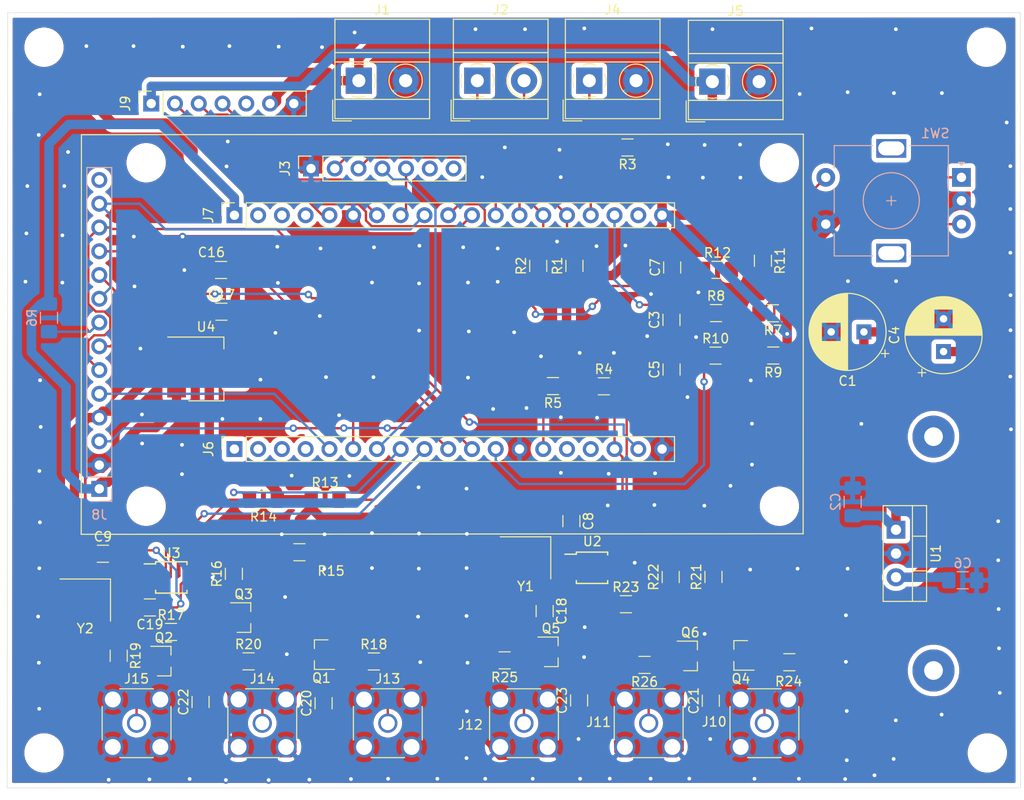
<source format=kicad_pcb>
(kicad_pcb (version 20171130) (host pcbnew "(5.1.5)-3")
  (layers (0 F.Cu signal) (31 B.Cu signal) (34 B.Paste user) (35 F.Paste user) (36 B.SilkS user) (37 F.SilkS user) (38 B.Mask user) (39 F.Mask user) (44 Edge.Cuts user))
  (net 0 "")
  (net 1 GND)
  (net 2 Vcc)
  (net 3 SCL_1)
  (net 4 SDA_1)
  (net 5 SDI)
  (net 6 SDO)
  (net 7 SCK)
  (net 8 CS)
  (net 9 DC)
  (net 10 A1P)
  (net 11 A2P)
  (net 12 R1)
  (net 13 R2)
  (net 14 RCLK_2)
  (net 15 R2_2)
  (net 16 R1_2)
  (net 17 R3_2)
  (net 18 SER_2)
  (net 19 T_IRQ)
  (net 20 T_CS)
  (net 21 LED)
  (net 22 SCLK_2)
  (net 23 RXTX)
  (net 24 V12V)
  (net 25 R1_2a)
  (net 26 R2_2a)
  (net 27 R3_2a)
  (net 28 A4P)
  (net 29 A3P)
  (net 30 V33)
  (net 31 "Net-(U2-Pad2)")
  (net 32 "Net-(U2-Pad3)")
  (net 33 RESET)
  (net 34 "Net-(J3-Pad6)")
  (net 35 "Net-(J3-Pad7)")
  (net 36 "Net-(J6-Pad16)")
  (net 37 "Net-(J6-Pad15)")
  (net 38 SCL_2)
  (net 39 SDA_2)
  (net 40 "Net-(J6-Pad3)")
  (net 41 "Net-(J6-Pad2)")
  (net 42 "Net-(J6-Pad1)")
  (net 43 "Net-(J7-Pad2)")
  (net 44 "Net-(J7-Pad3)")
  (net 45 "Net-(J7-Pad4)")
  (net 46 "Net-(J7-Pad18)")
  (net 47 "Net-(J9-Pad5)")
  (net 48 "Net-(U3-Pad2)")
  (net 49 "Net-(U3-Pad3)")
  (net 50 V33a)
  (net 51 "Net-(Q1-Pad1)")
  (net 52 "Net-(Q2-Pad1)")
  (net 53 "Net-(Q3-Pad1)")
  (net 54 "Net-(R15-Pad2)")
  (net 55 "Net-(R16-Pad2)")
  (net 56 "Net-(R17-Pad2)")
  (net 57 "Net-(Q4-Pad1)")
  (net 58 "Net-(Q5-Pad1)")
  (net 59 "Net-(Q6-Pad1)")
  (net 60 "Net-(R21-Pad2)")
  (net 61 "Net-(R22-Pad2)")
  (net 62 "Net-(R23-Pad2)")
  (net 63 "Net-(J10-Pad1)")
  (net 64 "Net-(J11-Pad1)")
  (net 65 "Net-(J12-Pad1)")
  (net 66 "Net-(J13-Pad1)")
  (net 67 "Net-(J14-Pad1)")
  (net 68 "Net-(J15-Pad1)")
  (net 69 "Net-(Q1-Pad2)")
  (net 70 "Net-(Q2-Pad2)")
  (net 71 "Net-(Q3-Pad2)")
  (net 72 "Net-(Q4-Pad2)")
  (net 73 "Net-(Q5-Pad2)")
  (net 74 "Net-(Q6-Pad2)")
  (module Resistor_SMD:R_1206_3216Metric_Pad1.42x1.75mm_HandSolder (layer F.Cu) (at 68.11264 121.6787)
    (fp_text reference R20 (at 0 -1.82) (layer F.SilkS))
    (fp_text value 20)
    (pad 2 smd roundrect (at 1.4875 0) (size 1.425 1.75) (layers F.Cu F.Paste F.Mask) (roundrect_rratio 0.175439) (net 67 "Net-(J14-Pad1)"))
    (pad 1 smd roundrect (at -1.4875 0) (size 1.425 1.75) (layers F.Cu F.Paste F.Mask) (roundrect_rratio 0.175439) (net 71 "Net-(Q3-Pad2)"))
  )
  (module MountingHole:MountingHole_3.2mm_M3 (layer F.Cu) (at 147.00504 56.02224)
    (fp_text reference " " (at 0 -4.2) (layer F.SilkS))
    (fp_text value " ")
    (pad 1 np_thru_hole circle (at 0 0) (size 3.2 3.2) (drill 3.2) (layers *.Cu *.Mask))
  )
  (module Connector_Wire:SolderWirePad_1x01_Drill2mm (layer F.Cu) (at 141.34592 122.6566 180)
    (fp_text reference " " (at 0 -3.81) (layer F.SilkS))
    (fp_text value " ")
    (pad 1 thru_hole circle (at 0 0 180) (size 4.50088 4.50088) (drill 1.99898) (layers *.Cu *.Mask))
  )
  (module Connector_Wire:SolderWirePad_1x01_Drill2mm (layer F.Cu) (at 141.34592 97.6566 180)
    (fp_text reference " " (at 0 -3.81) (layer F.SilkS))
    (fp_text value " ")
    (pad 1 thru_hole circle (at 0 0 180) (size 4.50088 4.50088) (drill 1.99898) (layers *.Cu *.Mask))
  )
  (module MountingHole:MountingHole_3.2mm_M3 (layer F.Cu) (at 46.24832 131.4704)
    (fp_text reference " " (at 0 -4.2) (layer F.SilkS))
    (fp_text value " ")
    (pad 1 np_thru_hole circle (at 0 0) (size 3.2 3.2) (drill 3.2) (layers *.Cu *.Mask))
  )
  (module MountingHole:MountingHole_3.2mm_M3 (layer F.Cu) (at 46.24832 56.02224)
    (fp_text reference " " (at 0 -4.2) (layer F.SilkS))
    (fp_text value " ")
    (pad 1 np_thru_hole circle (at 0 0) (size 3.2 3.2) (drill 3.2) (layers *.Cu *.Mask))
  )
  (module MountingHole:MountingHole_3.2mm_M3 (layer F.Cu) (at 147.09648 131.4704)
    (fp_text reference " " (at 0 -4.2) (layer F.SilkS))
    (fp_text value " ")
    (pad 1 np_thru_hole circle (at 0 0) (size 3.2 3.2) (drill 3.2) (layers *.Cu *.Mask))
  )
  (module MountingHole:MountingHole_3.2mm_M3 (layer F.Cu) (at 57.17136 105.09452)
    (fp_text reference " " (at 0 -4.2) (layer F.SilkS))
    (fp_text value " ")
    (pad 1 np_thru_hole circle (at 0 0) (size 3.2 3.2) (drill 3.2) (layers *.Cu *.Mask))
  )
  (module MountingHole:MountingHole_3.2mm_M3 (layer F.Cu) (at 124.87136 105.09452)
    (fp_text reference " " (at 0 -4.2) (layer F.SilkS))
    (fp_text value " ")
    (pad 1 np_thru_hole circle (at 0 0) (size 3.2 3.2) (drill 3.2) (layers *.Cu *.Mask))
  )
  (module MountingHole:MountingHole_3.2mm_M3 (layer F.Cu) (at 124.87136 68.37452)
    (fp_text reference " " (at 0 -4.2) (layer F.SilkS))
    (fp_text value " ")
    (pad 1 np_thru_hole circle (at 0 0) (size 3.2 3.2) (drill 3.2) (layers *.Cu *.Mask))
  )
  (module MountingHole:MountingHole_3.2mm_M3 (layer F.Cu) (at 57.17136 68.37452)
    (fp_text reference " " (at 0 -4.2) (layer F.SilkS))
    (fp_text value " ")
    (pad 1 np_thru_hole circle (at 0 0) (size 3.2 3.2) (drill 3.2) (layers *.Cu *.Mask))
  )
  (module Package_TO_SOT_SMD:SOT-23 (layer F.Cu) (at 115.3414 121.09704)
    (fp_text reference Q6 (at 0 -2.5) (layer F.SilkS))
    (fp_text value BFR92)
    (pad 3 smd rect (at 1 0) (size 0.9 0.8) (layers F.Cu F.Paste F.Mask) (net 50 V33a))
    (pad 2 smd rect (at -1 0.95) (size 0.9 0.8) (layers F.Cu F.Paste F.Mask) (net 74 "Net-(Q6-Pad2)"))
    (pad 1 smd rect (at -1 -0.95) (size 0.9 0.8) (layers F.Cu F.Paste F.Mask) (net 59 "Net-(Q6-Pad1)"))
  )
  (module Package_TO_SOT_SMD:SOT-23 (layer F.Cu) (at 100.45192 120.66016)
    (fp_text reference Q5 (at 0 -2.5) (layer F.SilkS))
    (fp_text value BFR92)
    (pad 3 smd rect (at 1 0) (size 0.9 0.8) (layers F.Cu F.Paste F.Mask) (net 50 V33a))
    (pad 2 smd rect (at -1 0.95) (size 0.9 0.8) (layers F.Cu F.Paste F.Mask) (net 73 "Net-(Q5-Pad2)"))
    (pad 1 smd rect (at -1 -0.95) (size 0.9 0.8) (layers F.Cu F.Paste F.Mask) (net 58 "Net-(Q5-Pad1)"))
  )
  (module Package_TO_SOT_SMD:SOT-23 (layer F.Cu) (at 120.76176 121.04116 180)
    (fp_text reference Q4 (at 0 -2.5) (layer F.SilkS))
    (fp_text value BFR92)
    (pad 3 smd rect (at 1 0 180) (size 0.9 0.8) (layers F.Cu F.Paste F.Mask) (net 50 V33a))
    (pad 2 smd rect (at -1 0.95 180) (size 0.9 0.8) (layers F.Cu F.Paste F.Mask) (net 72 "Net-(Q4-Pad2)"))
    (pad 1 smd rect (at -1 -0.95 180) (size 0.9 0.8) (layers F.Cu F.Paste F.Mask) (net 57 "Net-(Q4-Pad1)"))
  )
  (module Package_TO_SOT_SMD:SOT-23 (layer F.Cu) (at 67.59448 116.99748)
    (fp_text reference Q3 (at 0 -2.5) (layer F.SilkS))
    (fp_text value BFR92)
    (pad 3 smd rect (at 1 0) (size 0.9 0.8) (layers F.Cu F.Paste F.Mask) (net 50 V33a))
    (pad 2 smd rect (at -1 0.95) (size 0.9 0.8) (layers F.Cu F.Paste F.Mask) (net 71 "Net-(Q3-Pad2)"))
    (pad 1 smd rect (at -1 -0.95) (size 0.9 0.8) (layers F.Cu F.Paste F.Mask) (net 53 "Net-(Q3-Pad1)"))
  )
  (module Package_TO_SOT_SMD:SOT-23 (layer F.Cu) (at 59.06516 121.6533)
    (fp_text reference Q2 (at 0 -2.5) (layer F.SilkS))
    (fp_text value BFR92)
    (pad 3 smd rect (at 1 0) (size 0.9 0.8) (layers F.Cu F.Paste F.Mask) (net 50 V33a))
    (pad 2 smd rect (at -1 0.95) (size 0.9 0.8) (layers F.Cu F.Paste F.Mask) (net 70 "Net-(Q2-Pad2)"))
    (pad 1 smd rect (at -1 -0.95) (size 0.9 0.8) (layers F.Cu F.Paste F.Mask) (net 52 "Net-(Q2-Pad1)"))
  )
  (module Package_TO_SOT_SMD:SOT-23 (layer F.Cu) (at 75.91552 120.95988 180)
    (fp_text reference Q1 (at 0 -2.5) (layer F.SilkS))
    (fp_text value BFR92)
    (pad 3 smd rect (at 1 0 180) (size 0.9 0.8) (layers F.Cu F.Paste F.Mask) (net 50 V33a))
    (pad 2 smd rect (at -1 0.95 180) (size 0.9 0.8) (layers F.Cu F.Paste F.Mask) (net 69 "Net-(Q1-Pad2)"))
    (pad 1 smd rect (at -1 -0.95 180) (size 0.9 0.8) (layers F.Cu F.Paste F.Mask) (net 51 "Net-(Q1-Pad1)"))
  )
  (module Capacitor_SMD:C_1206_3216Metric_Pad1.42x1.75mm_HandSolder (layer F.Cu) (at 103.4542 125.857 90)
    (fp_text reference C23 (at 0 -1.82 90) (layer F.SilkS))
    (fp_text value 100n)
    (pad 2 smd roundrect (at 1.4875 0 90) (size 1.425 1.75) (layers F.Cu F.Paste F.Mask) (roundrect_rratio 0.175439) (net 50 V33a))
    (pad 1 smd roundrect (at -1.4875 0 90) (size 1.425 1.75) (layers F.Cu F.Paste F.Mask) (roundrect_rratio 0.175439) (net 1 GND))
  )
  (module Capacitor_SMD:C_1206_3216Metric_Pad1.42x1.75mm_HandSolder (layer F.Cu) (at 76.13904 126.15164 90)
    (fp_text reference C20 (at 0 -1.82 90) (layer F.SilkS))
    (fp_text value 100n)
    (pad 2 smd roundrect (at 1.4875 0 90) (size 1.425 1.75) (layers F.Cu F.Paste F.Mask) (roundrect_rratio 0.175439) (net 50 V33a))
    (pad 1 smd roundrect (at -1.4875 0 90) (size 1.425 1.75) (layers F.Cu F.Paste F.Mask) (roundrect_rratio 0.175439) (net 1 GND))
  )
  (module Capacitor_SMD:C_1206_3216Metric_Pad1.42x1.75mm_HandSolder (layer F.Cu) (at 57.57164 115.91544 180)
    (fp_text reference C19 (at 0 -1.82) (layer F.SilkS))
    (fp_text value 100n)
    (pad 2 smd roundrect (at 1.4875 0 180) (size 1.425 1.75) (layers F.Cu F.Paste F.Mask) (roundrect_rratio 0.175439) (net 1 GND))
    (pad 1 smd roundrect (at -1.4875 0 180) (size 1.425 1.75) (layers F.Cu F.Paste F.Mask) (roundrect_rratio 0.175439) (net 50 V33a))
  )
  (module Resistor_SMD:R_1206_3216Metric_Pad1.42x1.75mm_HandSolder (layer F.Cu) (at 110.44936 122.05716 180)
    (fp_text reference R26 (at 0 -1.82) (layer F.SilkS))
    (fp_text value 47)
    (pad 2 smd roundrect (at 1.4875 0 180) (size 1.425 1.75) (layers F.Cu F.Paste F.Mask) (roundrect_rratio 0.175439) (net 64 "Net-(J11-Pad1)"))
    (pad 1 smd roundrect (at -1.4875 0 180) (size 1.425 1.75) (layers F.Cu F.Paste F.Mask) (roundrect_rratio 0.175439) (net 74 "Net-(Q6-Pad2)"))
  )
  (module Resistor_SMD:R_1206_3216Metric_Pad1.42x1.75mm_HandSolder (layer F.Cu) (at 95.4913 121.57202 180)
    (fp_text reference R25 (at 0 -1.82) (layer F.SilkS))
    (fp_text value 20)
    (pad 2 smd roundrect (at 1.4875 0 180) (size 1.425 1.75) (layers F.Cu F.Paste F.Mask) (roundrect_rratio 0.175439) (net 65 "Net-(J12-Pad1)"))
    (pad 1 smd roundrect (at -1.4875 0 180) (size 1.425 1.75) (layers F.Cu F.Paste F.Mask) (roundrect_rratio 0.175439) (net 73 "Net-(Q5-Pad2)"))
  )
  (module Resistor_SMD:R_1206_3216Metric_Pad1.42x1.75mm_HandSolder (layer F.Cu) (at 125.93066 121.77014)
    (fp_text reference R24 (at -0.07112 2.06248) (layer F.SilkS))
    (fp_text value 20)
    (pad 2 smd roundrect (at 1.4875 0) (size 1.425 1.75) (layers F.Cu F.Paste F.Mask) (roundrect_rratio 0.175439) (net 63 "Net-(J10-Pad1)"))
    (pad 1 smd roundrect (at -1.4875 0) (size 1.425 1.75) (layers F.Cu F.Paste F.Mask) (roundrect_rratio 0.175439) (net 72 "Net-(Q4-Pad2)"))
  )
  (module Resistor_SMD:R_1206_3216Metric_Pad1.42x1.75mm_HandSolder (layer F.Cu) (at 108.458 115.57)
    (fp_text reference R23 (at 0 -1.82) (layer F.SilkS))
    (fp_text value 1k)
    (pad 2 smd roundrect (at 1.4875 0) (size 1.425 1.75) (layers F.Cu F.Paste F.Mask) (roundrect_rratio 0.175439) (net 62 "Net-(R23-Pad2)"))
    (pad 1 smd roundrect (at -1.4875 0) (size 1.425 1.75) (layers F.Cu F.Paste F.Mask) (roundrect_rratio 0.175439) (net 58 "Net-(Q5-Pad1)"))
  )
  (module Resistor_SMD:R_1206_3216Metric_Pad1.42x1.75mm_HandSolder (layer F.Cu) (at 113.24844 112.66424 90)
    (fp_text reference R22 (at 0 -1.82 90) (layer F.SilkS))
    (fp_text value 1k)
    (pad 2 smd roundrect (at 1.4875 0 90) (size 1.425 1.75) (layers F.Cu F.Paste F.Mask) (roundrect_rratio 0.175439) (net 61 "Net-(R22-Pad2)"))
    (pad 1 smd roundrect (at -1.4875 0 90) (size 1.425 1.75) (layers F.Cu F.Paste F.Mask) (roundrect_rratio 0.175439) (net 59 "Net-(Q6-Pad1)"))
  )
  (module Resistor_SMD:R_1206_3216Metric_Pad1.42x1.75mm_HandSolder (layer F.Cu) (at 117.82044 112.65408 90)
    (fp_text reference R21 (at 0 -1.82 90) (layer F.SilkS))
    (fp_text value 1k)
    (pad 2 smd roundrect (at 1.4875 0 90) (size 1.425 1.75) (layers F.Cu F.Paste F.Mask) (roundrect_rratio 0.175439) (net 60 "Net-(R21-Pad2)"))
    (pad 1 smd roundrect (at -1.4875 0 90) (size 1.425 1.75) (layers F.Cu F.Paste F.Mask) (roundrect_rratio 0.175439) (net 57 "Net-(Q4-Pad1)"))
  )
  (module Connector_PinSocket_2.54mm:PinSocket_1x07_P2.54mm_Vertical (layer F.Cu) (at 57.71388 62.04712 90)
    (fp_text reference J9 (at 0 -2.77 90) (layer F.SilkS))
    (fp_text value Conn_01x07_Female)
    (pad 1 thru_hole rect (at 0 0 90) (size 1.7 1.7) (drill 1) (layers *.Cu *.Mask) (net 24 V12V))
    (pad 2 thru_hole oval (at 0 2.54 90) (size 1.7 1.7) (drill 1) (layers *.Cu *.Mask) (net 18 SER_2))
    (pad 3 thru_hole oval (at 0 5.08 90) (size 1.7 1.7) (drill 1) (layers *.Cu *.Mask) (net 14 RCLK_2))
    (pad 4 thru_hole oval (at 0 7.62 90) (size 1.7 1.7) (drill 1) (layers *.Cu *.Mask) (net 22 SCLK_2))
    (pad 5 thru_hole oval (at 0 10.16 90) (size 1.7 1.7) (drill 1) (layers *.Cu *.Mask) (net 47 "Net-(J9-Pad5)"))
    (pad 6 thru_hole oval (at 0 12.7 90) (size 1.7 1.7) (drill 1) (layers *.Cu *.Mask) (net 2 Vcc))
    (pad 7 thru_hole oval (at 0 15.24 90) (size 1.7 1.7) (drill 1) (layers *.Cu *.Mask) (net 1 GND))
  )
  (module Package_SO:MSOP-10_3x3mm_P0.5mm (layer F.Cu) (at 59.85764 112.70996)
    (fp_text reference U3 (at 0 -2.6) (layer F.SilkS))
    (fp_text value Si5351A-B-GT)
    (pad 10 smd rect (at 2.2 -1) (size 1.4 0.3) (layers F.Cu F.Paste F.Mask) (net 54 "Net-(R15-Pad2)"))
    (pad 9 smd rect (at 2.2 -0.5) (size 1.4 0.3) (layers F.Cu F.Paste F.Mask) (net 55 "Net-(R16-Pad2)"))
    (pad 8 smd rect (at 2.2 0) (size 1.4 0.3) (layers F.Cu F.Paste F.Mask) (net 1 GND))
    (pad 7 smd rect (at 2.2 0.5) (size 1.4 0.3) (layers F.Cu F.Paste F.Mask) (net 50 V33a))
    (pad 6 smd rect (at 2.2 1) (size 1.4 0.3) (layers F.Cu F.Paste F.Mask) (net 56 "Net-(R17-Pad2)"))
    (pad 5 smd rect (at -2.2 1) (size 1.4 0.3) (layers F.Cu F.Paste F.Mask) (net 39 SDA_2))
    (pad 4 smd rect (at -2.2 0.5) (size 1.4 0.3) (layers F.Cu F.Paste F.Mask) (net 38 SCL_2))
    (pad 3 smd rect (at -2.2 0) (size 1.4 0.3) (layers F.Cu F.Paste F.Mask) (net 49 "Net-(U3-Pad3)"))
    (pad 2 smd rect (at -2.2 -0.5) (size 1.4 0.3) (layers F.Cu F.Paste F.Mask) (net 48 "Net-(U3-Pad2)"))
    (pad 1 smd rect (at -2.2 -1) (size 1.4 0.3) (layers F.Cu F.Paste F.Mask) (net 50 V33a))
  )
  (module Capacitor_SMD:C_1206_3216Metric_Pad1.42x1.75mm_HandSolder (layer B.Cu) (at 132.69976 104.62768 270)
    (fp_text reference C2 (at 0 1.82 270) (layer B.SilkS) (effects (justify mirror)))
    (fp_text value 100n)
    (pad 1 smd roundrect (at -1.4875 0 270) (size 1.425 1.75) (layers B.Cu B.Paste B.Mask) (roundrect_rratio 0.175439) (net 1 GND))
    (pad 2 smd roundrect (at 1.4875 0 270) (size 1.425 1.75) (layers B.Cu B.Paste B.Mask) (roundrect_rratio 0.175439) (net 24 V12V))
  )
  (module Capacitor_SMD:C_1206_3216Metric_Pad1.42x1.75mm_HandSolder (layer B.Cu) (at 144.46504 113.00968 180)
    (fp_text reference C6 (at 0 1.82) (layer B.SilkS) (effects (justify mirror)))
    (fp_text value 100n)
    (pad 2 smd roundrect (at 1.4875 0 180) (size 1.425 1.75) (layers B.Cu B.Paste B.Mask) (roundrect_rratio 0.175439) (net 2 Vcc))
    (pad 1 smd roundrect (at -1.4875 0 180) (size 1.425 1.75) (layers B.Cu B.Paste B.Mask) (roundrect_rratio 0.175439) (net 1 GND))
  )
  (module Capacitor_THT:CP_Radial_D8.0mm_P3.50mm (layer F.Cu) (at 142.4178 88.55964 90)
    (fp_text reference C4 (at 1.75 -5.25 90) (layer F.SilkS))
    (fp_text value 100u)
    (pad 1 thru_hole rect (at 0 0 90) (size 1.6 1.6) (drill 0.8) (layers *.Cu *.Mask) (net 2 Vcc))
    (pad 2 thru_hole circle (at 3.5 0 90) (size 1.6 1.6) (drill 0.8) (layers *.Cu *.Mask) (net 1 GND))
  )
  (module Connector_PinSocket_2.54mm:PinSocket_1x19_P2.54mm_Vertical (layer F.Cu) (at 66.60388 98.9838 90)
    (fp_text reference J6 (at 0 -2.77 90) (layer F.SilkS))
    (fp_text value ESP32L)
    (pad 19 thru_hole oval (at 0 45.72 90) (size 1.7 1.7) (drill 1) (layers *.Cu *.Mask) (net 1 GND))
    (pad 18 thru_hole oval (at 0 43.18 90) (size 1.7 1.7) (drill 1) (layers *.Cu *.Mask) (net 5 SDI))
    (pad 17 thru_hole oval (at 0 40.64 90) (size 1.7 1.7) (drill 1) (layers *.Cu *.Mask) (net 3 SCL_1))
    (pad 16 thru_hole oval (at 0 38.1 90) (size 1.7 1.7) (drill 1) (layers *.Cu *.Mask) (net 36 "Net-(J6-Pad16)"))
    (pad 15 thru_hole oval (at 0 35.56 90) (size 1.7 1.7) (drill 1) (layers *.Cu *.Mask) (net 37 "Net-(J6-Pad15)"))
    (pad 14 thru_hole oval (at 0 33.02 90) (size 1.7 1.7) (drill 1) (layers *.Cu *.Mask) (net 4 SDA_1))
    (pad 13 thru_hole oval (at 0 30.48 90) (size 1.7 1.7) (drill 1) (layers *.Cu *.Mask) (net 1 GND))
    (pad 12 thru_hole oval (at 0 27.94 90) (size 1.7 1.7) (drill 1) (layers *.Cu *.Mask) (net 26 R2_2a))
    (pad 11 thru_hole oval (at 0 25.4 90) (size 1.7 1.7) (drill 1) (layers *.Cu *.Mask) (net 7 SCK))
    (pad 10 thru_hole oval (at 0 22.86 90) (size 1.7 1.7) (drill 1) (layers *.Cu *.Mask) (net 8 CS))
    (pad 9 thru_hole oval (at 0 20.32 90) (size 1.7 1.7) (drill 1) (layers *.Cu *.Mask) (net 38 SCL_2))
    (pad 8 thru_hole oval (at 0 17.78 90) (size 1.7 1.7) (drill 1) (layers *.Cu *.Mask) (net 39 SDA_2))
    (pad 7 thru_hole oval (at 0 15.24 90) (size 1.7 1.7) (drill 1) (layers *.Cu *.Mask) (net 29 A3P))
    (pad 6 thru_hole oval (at 0 12.7 90) (size 1.7 1.7) (drill 1) (layers *.Cu *.Mask) (net 20 T_CS))
    (pad 5 thru_hole oval (at 0 10.16 90) (size 1.7 1.7) (drill 1) (layers *.Cu *.Mask) (net 9 DC))
    (pad 4 thru_hole oval (at 0 7.62 90) (size 1.7 1.7) (drill 1) (layers *.Cu *.Mask) (net 33 RESET))
    (pad 3 thru_hole oval (at 0 5.08 90) (size 1.7 1.7) (drill 1) (layers *.Cu *.Mask) (net 40 "Net-(J6-Pad3)"))
    (pad 2 thru_hole oval (at 0 2.54 90) (size 1.7 1.7) (drill 1) (layers *.Cu *.Mask) (net 41 "Net-(J6-Pad2)"))
    (pad 1 thru_hole rect (at 0 0 90) (size 1.7 1.7) (drill 1) (layers *.Cu *.Mask) (net 42 "Net-(J6-Pad1)"))
  )
  (module Connector_PinSocket_2.54mm:PinSocket_1x19_P2.54mm_Vertical (layer F.Cu) (at 66.60388 73.9838 90)
    (fp_text reference J7 (at 0 -2.77 90) (layer F.SilkS))
    (fp_text value ESP32R)
    (pad 1 thru_hole rect (at 0 0 90) (size 1.7 1.7) (drill 1) (layers *.Cu *.Mask) (net 2 Vcc))
    (pad 2 thru_hole oval (at 0 2.54 90) (size 1.7 1.7) (drill 1) (layers *.Cu *.Mask) (net 43 "Net-(J7-Pad2)"))
    (pad 3 thru_hole oval (at 0 5.08 90) (size 1.7 1.7) (drill 1) (layers *.Cu *.Mask) (net 44 "Net-(J7-Pad3)"))
    (pad 4 thru_hole oval (at 0 7.62 90) (size 1.7 1.7) (drill 1) (layers *.Cu *.Mask) (net 45 "Net-(J7-Pad4)"))
    (pad 5 thru_hole oval (at 0 10.16 90) (size 1.7 1.7) (drill 1) (layers *.Cu *.Mask) (net 18 SER_2))
    (pad 6 thru_hole oval (at 0 12.7 90) (size 1.7 1.7) (drill 1) (layers *.Cu *.Mask) (net 1 GND))
    (pad 7 thru_hole oval (at 0 15.24 90) (size 1.7 1.7) (drill 1) (layers *.Cu *.Mask) (net 22 SCLK_2))
    (pad 8 thru_hole oval (at 0 17.78 90) (size 1.7 1.7) (drill 1) (layers *.Cu *.Mask) (net 28 A4P))
    (pad 9 thru_hole oval (at 0 20.32 90) (size 1.7 1.7) (drill 1) (layers *.Cu *.Mask) (net 6 SDO))
    (pad 10 thru_hole oval (at 0 22.86 90) (size 1.7 1.7) (drill 1) (layers *.Cu *.Mask) (net 27 R3_2a))
    (pad 11 thru_hole oval (at 0 25.4 90) (size 1.7 1.7) (drill 1) (layers *.Cu *.Mask) (net 14 RCLK_2))
    (pad 12 thru_hole oval (at 0 27.94 90) (size 1.7 1.7) (drill 1) (layers *.Cu *.Mask) (net 11 A2P))
    (pad 13 thru_hole oval (at 0 30.48 90) (size 1.7 1.7) (drill 1) (layers *.Cu *.Mask) (net 10 A1P))
    (pad 14 thru_hole oval (at 0 33.02 90) (size 1.7 1.7) (drill 1) (layers *.Cu *.Mask) (net 13 R2))
    (pad 15 thru_hole oval (at 0 35.56 90) (size 1.7 1.7) (drill 1) (layers *.Cu *.Mask) (net 12 R1))
    (pad 16 thru_hole oval (at 0 38.1 90) (size 1.7 1.7) (drill 1) (layers *.Cu *.Mask) (net 23 RXTX))
    (pad 17 thru_hole oval (at 0 40.64 90) (size 1.7 1.7) (drill 1) (layers *.Cu *.Mask) (net 25 R1_2a))
    (pad 18 thru_hole oval (at 0 43.18 90) (size 1.7 1.7) (drill 1) (layers *.Cu *.Mask) (net 46 "Net-(J7-Pad18)"))
    (pad 19 thru_hole oval (at 0 45.72 90) (size 1.7 1.7) (drill 1) (layers *.Cu *.Mask) (net 30 V33))
  )
  (module TerminalBlock_MetzConnect:TerminalBlock_MetzConnect_Type011_RT05502HBWC_1x02_P5.00mm_Horizontal (layer F.Cu) (at 104.5464 59.59856)
    (fp_text reference J4 (at 2.5 -7.56) (layer F.SilkS))
    (fp_text value RxTx)
    (pad 1 thru_hole rect (at 0 0) (size 2.8 2.8) (drill 1.4) (layers *.Cu *.Mask) (net 23 RXTX))
    (pad 2 thru_hole circle (at 5 0) (size 2.8 2.8) (drill 1.4) (layers *.Cu *.Mask) (net 1 GND))
  )
  (module TerminalBlock_MetzConnect:TerminalBlock_MetzConnect_Type011_RT05502HBWC_1x02_P5.00mm_Horizontal (layer F.Cu) (at 79.9084 59.59856)
    (fp_text reference J1 (at 2.5 -7.56) (layer F.SilkS))
    (fp_text value "Rotery Encoder1")
    (pad 2 thru_hole circle (at 5 0) (size 2.8 2.8) (drill 1.4) (layers *.Cu *.Mask) (net 1 GND))
    (pad 1 thru_hole rect (at 0 0) (size 2.8 2.8) (drill 1.4) (layers *.Cu *.Mask) (net 2 Vcc))
  )
  (module Connector_PinSocket_2.54mm:PinSocket_1x14_P2.54mm_Vertical (layer B.Cu) (at 52.16144 103.23576)
    (fp_text reference J8 (at 0 2.77) (layer B.SilkS) (effects (justify mirror)))
    (fp_text value ILI9341)
    (pad 1 thru_hole rect (at 0 0) (size 1.7 1.7) (drill 1) (layers *.Cu *.Mask) (net 2 Vcc))
    (pad 2 thru_hole oval (at 0 -2.54) (size 1.7 1.7) (drill 1) (layers *.Cu *.Mask) (net 1 GND))
    (pad 3 thru_hole oval (at 0 -5.08) (size 1.7 1.7) (drill 1) (layers *.Cu *.Mask) (net 8 CS))
    (pad 4 thru_hole oval (at 0 -7.62) (size 1.7 1.7) (drill 1) (layers *.Cu *.Mask) (net 50 V33a))
    (pad 5 thru_hole oval (at 0 -10.16) (size 1.7 1.7) (drill 1) (layers *.Cu *.Mask) (net 9 DC))
    (pad 6 thru_hole oval (at 0 -12.7) (size 1.7 1.7) (drill 1) (layers *.Cu *.Mask) (net 5 SDI))
    (pad 7 thru_hole oval (at 0 -15.24) (size 1.7 1.7) (drill 1) (layers *.Cu *.Mask) (net 7 SCK))
    (pad 8 thru_hole oval (at 0 -17.78) (size 1.7 1.7) (drill 1) (layers *.Cu *.Mask) (net 21 LED))
    (pad 9 thru_hole oval (at 0 -20.32) (size 1.7 1.7) (drill 1) (layers *.Cu *.Mask) (net 6 SDO))
    (pad 10 thru_hole oval (at 0 -22.86) (size 1.7 1.7) (drill 1) (layers *.Cu *.Mask) (net 7 SCK))
    (pad 11 thru_hole oval (at 0 -25.4) (size 1.7 1.7) (drill 1) (layers *.Cu *.Mask) (net 20 T_CS))
    (pad 12 thru_hole oval (at 0 -27.94) (size 1.7 1.7) (drill 1) (layers *.Cu *.Mask) (net 5 SDI))
    (pad 13 thru_hole oval (at 0 -30.48) (size 1.7 1.7) (drill 1) (layers *.Cu *.Mask) (net 6 SDO))
    (pad 14 thru_hole oval (at 0 -33.02) (size 1.7 1.7) (drill 1) (layers *.Cu *.Mask) (net 19 T_IRQ))
  )
  (module Rotary_Encoder:RotaryEncoder_Alps_EC11E-Switch_Vertical_H20mm (layer B.Cu) (at 144.32788 69.93636 180)
    (fp_text reference SW1 (at 2.8 4.7) (layer B.SilkS) (effects (justify mirror)))
    (fp_text value Rotary_Encoder_Switch)
    (pad A thru_hole rect (at 0 0 180) (size 2 2) (drill 1) (layers *.Cu *.Mask) (net 16 R1_2))
    (pad C thru_hole circle (at 0 -2.5 180) (size 2 2) (drill 1) (layers *.Cu *.Mask) (net 1 GND))
    (pad B thru_hole circle (at 0 -5 180) (size 2 2) (drill 1) (layers *.Cu *.Mask) (net 15 R2_2))
    (pad MP thru_hole rect (at 7.5 3.1 180) (size 3.2 2) (drill oval 2.8 1.5) (layers *.Cu *.Mask))
    (pad MP thru_hole rect (at 7.5 -8.1 180) (size 3.2 2) (drill oval 2.8 1.5) (layers *.Cu *.Mask))
    (pad S2 thru_hole circle (at 14.5 0 180) (size 2 2) (drill 1) (layers *.Cu *.Mask) (net 17 R3_2))
    (pad S1 thru_hole circle (at 14.5 -5 180) (size 2 2) (drill 1) (layers *.Cu *.Mask) (net 1 GND))
  )
  (module TerminalBlock_MetzConnect:TerminalBlock_MetzConnect_Type011_RT05502HBWC_1x02_P5.00mm_Horizontal (layer F.Cu) (at 92.57284 59.59856)
    (fp_text reference J2 (at 2.5 -7.56) (layer F.SilkS))
    (fp_text value "Rotery Encoder2")
    (pad 2 thru_hole circle (at 5 0) (size 2.8 2.8) (drill 1.4) (layers *.Cu *.Mask) (net 12 R1))
    (pad 1 thru_hole rect (at 0 0) (size 2.8 2.8) (drill 1.4) (layers *.Cu *.Mask) (net 13 R2))
  )
  (module TerminalBlock_MetzConnect:TerminalBlock_MetzConnect_Type011_RT05502HBWC_1x02_P5.00mm_Horizontal (layer F.Cu) (at 117.69852 59.70016)
    (fp_text reference J5 (at 2.5 -7.56) (layer F.SilkS))
    (fp_text value V12)
    (pad 1 thru_hole rect (at 0 0) (size 2.8 2.8) (drill 1.4) (layers *.Cu *.Mask) (net 24 V12V))
    (pad 2 thru_hole circle (at 5 0) (size 2.8 2.8) (drill 1.4) (layers *.Cu *.Mask) (net 1 GND))
  )
  (module Package_TO_SOT_THT:TO-220-3_Vertical (layer F.Cu) (at 137.33272 107.60964 270)
    (fp_text reference U1 (at 2.54 -4.27 90) (layer F.SilkS))
    (fp_text value L7805)
    (pad 1 thru_hole rect (at 0 0 270) (size 1.905 2) (drill 1.1) (layers *.Cu *.Mask) (net 24 V12V))
    (pad 2 thru_hole oval (at 2.54 0 270) (size 1.905 2) (drill 1.1) (layers *.Cu *.Mask) (net 1 GND))
    (pad 3 thru_hole oval (at 5.08 0 270) (size 1.905 2) (drill 1.1) (layers *.Cu *.Mask) (net 2 Vcc))
  )
  (module Connector_PinSocket_2.54mm:PinSocket_1x07_P2.54mm_Vertical (layer F.Cu) (at 74.79284 68.99148 90)
    (fp_text reference J3 (at 0 -2.77 90) (layer F.SilkS))
    (fp_text value "Analog in 3-6")
    (pad 1 thru_hole rect (at 0 0 90) (size 1.7 1.7) (drill 1) (layers *.Cu *.Mask) (net 1 GND))
    (pad 2 thru_hole oval (at 0 2.54 90) (size 1.7 1.7) (drill 1) (layers *.Cu *.Mask) (net 10 A1P))
    (pad 3 thru_hole oval (at 0 5.08 90) (size 1.7 1.7) (drill 1) (layers *.Cu *.Mask) (net 11 A2P))
    (pad 4 thru_hole oval (at 0 7.62 90) (size 1.7 1.7) (drill 1) (layers *.Cu *.Mask) (net 29 A3P))
    (pad 5 thru_hole oval (at 0 10.16 90) (size 1.7 1.7) (drill 1) (layers *.Cu *.Mask) (net 28 A4P))
    (pad 6 thru_hole oval (at 0 12.7 90) (size 1.7 1.7) (drill 1) (layers *.Cu *.Mask) (net 34 "Net-(J3-Pad6)"))
    (pad 7 thru_hole oval (at 0 15.24 90) (size 1.7 1.7) (drill 1) (layers *.Cu *.Mask) (net 35 "Net-(J3-Pad7)"))
  )
  (module Capacitor_THT:CP_Radial_D8.0mm_P3.50mm (layer F.Cu) (at 133.90372 86.45652 180)
    (fp_text reference C1 (at 1.75 -5.25) (layer F.SilkS))
    (fp_text value 100u)
    (pad 2 thru_hole circle (at 3.5 0 180) (size 1.6 1.6) (drill 0.8) (layers *.Cu *.Mask) (net 1 GND))
    (pad 1 thru_hole rect (at 0 0 180) (size 1.6 1.6) (drill 0.8) (layers *.Cu *.Mask) (net 24 V12V))
  )
  (module Resistor_SMD:R_1206_3216Metric_Pad1.42x1.75mm_HandSolder (layer F.Cu) (at 106.10088 92.27312)
    (fp_text reference R4 (at 0 -1.82) (layer F.SilkS))
    (fp_text value 2.2k)
    (pad 2 smd roundrect (at 1.4875 0) (size 1.425 1.75) (layers F.Cu F.Paste F.Mask) (roundrect_rratio 0.175439) (net 3 SCL_1))
    (pad 1 smd roundrect (at -1.4875 0) (size 1.425 1.75) (layers F.Cu F.Paste F.Mask) (roundrect_rratio 0.175439) (net 30 V33))
  )
  (module Resistor_SMD:R_1206_3216Metric_Pad1.42x1.75mm_HandSolder (layer F.Cu) (at 100.6602 92.24888 180)
    (fp_text reference R5 (at 0 -1.82) (layer F.SilkS))
    (fp_text value 2.2k)
    (pad 1 smd roundrect (at -1.4875 0 180) (size 1.425 1.75) (layers F.Cu F.Paste F.Mask) (roundrect_rratio 0.175439) (net 30 V33))
    (pad 2 smd roundrect (at 1.4875 0 180) (size 1.425 1.75) (layers F.Cu F.Paste F.Mask) (roundrect_rratio 0.175439) (net 4 SDA_1))
  )
  (module Resistor_SMD:R_1206_3216Metric_Pad1.42x1.75mm_HandSolder (layer B.Cu) (at 46.78172 84.95284 270)
    (fp_text reference R6 (at 0 1.82 270) (layer B.SilkS) (effects (justify mirror)))
    (fp_text value 150)
    (pad 2 smd roundrect (at 1.4875 0 270) (size 1.425 1.75) (layers B.Cu B.Paste B.Mask) (roundrect_rratio 0.175439) (net 21 LED))
    (pad 1 smd roundrect (at -1.4875 0 270) (size 1.425 1.75) (layers B.Cu B.Paste B.Mask) (roundrect_rratio 0.175439) (net 2 Vcc))
  )
  (module Resistor_SMD:R_1206_3216Metric_Pad1.42x1.75mm_HandSolder (layer F.Cu) (at 124.17044 84.46516 180)
    (fp_text reference R7 (at 0 -1.82) (layer F.SilkS))
    (fp_text value 10k)
    (pad 1 smd roundrect (at -1.4875 0 180) (size 1.425 1.75) (layers F.Cu F.Paste F.Mask) (roundrect_rratio 0.175439) (net 30 V33))
    (pad 2 smd roundrect (at 1.4875 0 180) (size 1.425 1.75) (layers F.Cu F.Paste F.Mask) (roundrect_rratio 0.175439) (net 16 R1_2))
  )
  (module Resistor_SMD:R_1206_3216Metric_Pad1.42x1.75mm_HandSolder (layer F.Cu) (at 124.21108 88.98128 180)
    (fp_text reference R9 (at 0 -1.82) (layer F.SilkS))
    (fp_text value 10k)
    (pad 1 smd roundrect (at -1.4875 0 180) (size 1.425 1.75) (layers F.Cu F.Paste F.Mask) (roundrect_rratio 0.175439) (net 30 V33))
    (pad 2 smd roundrect (at 1.4875 0 180) (size 1.425 1.75) (layers F.Cu F.Paste F.Mask) (roundrect_rratio 0.175439) (net 15 R2_2))
  )
  (module Resistor_SMD:R_1206_3216Metric_Pad1.42x1.75mm_HandSolder (layer F.Cu) (at 123.10872 78.85176 270)
    (fp_text reference R11 (at 0 -1.82 90) (layer F.SilkS))
    (fp_text value 10k)
    (pad 2 smd roundrect (at 1.4875 0 270) (size 1.425 1.75) (layers F.Cu F.Paste F.Mask) (roundrect_rratio 0.175439) (net 17 R3_2))
    (pad 1 smd roundrect (at -1.4875 0 270) (size 1.425 1.75) (layers F.Cu F.Paste F.Mask) (roundrect_rratio 0.175439) (net 30 V33))
  )
  (module Resistor_SMD:R_1206_3216Metric_Pad1.42x1.75mm_HandSolder (layer F.Cu) (at 102.95636 79.4004 90)
    (fp_text reference R1 (at 0 -1.82 90) (layer F.SilkS))
    (fp_text value 2.2k)
    (pad 2 smd roundrect (at 1.4875 0 90) (size 1.425 1.75) (layers F.Cu F.Paste F.Mask) (roundrect_rratio 0.175439) (net 12 R1))
    (pad 1 smd roundrect (at -1.4875 0 90) (size 1.425 1.75) (layers F.Cu F.Paste F.Mask) (roundrect_rratio 0.175439) (net 30 V33))
  )
  (module Resistor_SMD:R_1206_3216Metric_Pad1.42x1.75mm_HandSolder (layer F.Cu) (at 99.0854 79.4004 90)
    (fp_text reference R2 (at 0 -1.82 90) (layer F.SilkS))
    (fp_text value 2.2k)
    (pad 1 smd roundrect (at -1.4875 0 90) (size 1.425 1.75) (layers F.Cu F.Paste F.Mask) (roundrect_rratio 0.175439) (net 30 V33))
    (pad 2 smd roundrect (at 1.4875 0 90) (size 1.425 1.75) (layers F.Cu F.Paste F.Mask) (roundrect_rratio 0.175439) (net 13 R2))
  )
  (module Resistor_SMD:R_1206_3216Metric_Pad1.42x1.75mm_HandSolder (layer F.Cu) (at 108.6358 66.74104 180)
    (fp_text reference R3 (at 0 -1.82) (layer F.SilkS))
    (fp_text value 2.2k)
    (pad 1 smd roundrect (at -1.4875 0 180) (size 1.425 1.75) (layers F.Cu F.Paste F.Mask) (roundrect_rratio 0.175439) (net 30 V33))
    (pad 2 smd roundrect (at 1.4875 0 180) (size 1.425 1.75) (layers F.Cu F.Paste F.Mask) (roundrect_rratio 0.175439) (net 23 RXTX))
  )
  (module Resistor_SMD:R_1206_3216Metric_Pad1.42x1.75mm_HandSolder (layer F.Cu) (at 118.09476 84.44484)
    (fp_text reference R8 (at 0 -1.82) (layer F.SilkS))
    (fp_text value 10k)
    (pad 1 smd roundrect (at -1.4875 0) (size 1.425 1.75) (layers F.Cu F.Paste F.Mask) (roundrect_rratio 0.175439) (net 25 R1_2a))
    (pad 2 smd roundrect (at 1.4875 0) (size 1.425 1.75) (layers F.Cu F.Paste F.Mask) (roundrect_rratio 0.175439) (net 16 R1_2))
  )
  (module Resistor_SMD:R_1206_3216Metric_Pad1.42x1.75mm_HandSolder (layer F.Cu) (at 118.04904 88.99144)
    (fp_text reference R10 (at 0 -1.82) (layer F.SilkS))
    (fp_text value 10k)
    (pad 2 smd roundrect (at 1.4875 0) (size 1.425 1.75) (layers F.Cu F.Paste F.Mask) (roundrect_rratio 0.175439) (net 15 R2_2))
    (pad 1 smd roundrect (at -1.4875 0) (size 1.425 1.75) (layers F.Cu F.Paste F.Mask) (roundrect_rratio 0.175439) (net 26 R2_2a))
  )
  (module Resistor_SMD:R_1206_3216Metric_Pad1.42x1.75mm_HandSolder (layer F.Cu) (at 118.24716 79.82712)
    (fp_text reference R12 (at 0 -1.82) (layer F.SilkS))
    (fp_text value 10k)
    (pad 1 smd roundrect (at -1.4875 0) (size 1.425 1.75) (layers F.Cu F.Paste F.Mask) (roundrect_rratio 0.175439) (net 27 R3_2a))
    (pad 2 smd roundrect (at 1.4875 0) (size 1.425 1.75) (layers F.Cu F.Paste F.Mask) (roundrect_rratio 0.175439) (net 17 R3_2))
  )
  (module Capacitor_SMD:C_1206_3216Metric_Pad1.42x1.75mm_HandSolder (layer F.Cu) (at 113.32972 85.17128 90)
    (fp_text reference C3 (at 0 -1.82 90) (layer F.SilkS))
    (fp_text value 10n)
    (pad 1 smd roundrect (at -1.4875 0 90) (size 1.425 1.75) (layers F.Cu F.Paste F.Mask) (roundrect_rratio 0.175439) (net 1 GND))
    (pad 2 smd roundrect (at 1.4875 0 90) (size 1.425 1.75) (layers F.Cu F.Paste F.Mask) (roundrect_rratio 0.175439) (net 25 R1_2a))
  )
  (module Capacitor_SMD:C_1206_3216Metric_Pad1.42x1.75mm_HandSolder (layer F.Cu) (at 113.33988 90.47988 90)
    (fp_text reference C5 (at 0 -1.82 90) (layer F.SilkS))
    (fp_text value 10n)
    (pad 2 smd roundrect (at 1.4875 0 90) (size 1.425 1.75) (layers F.Cu F.Paste F.Mask) (roundrect_rratio 0.175439) (net 26 R2_2a))
    (pad 1 smd roundrect (at -1.4875 0 90) (size 1.425 1.75) (layers F.Cu F.Paste F.Mask) (roundrect_rratio 0.175439) (net 1 GND))
  )
  (module Capacitor_SMD:C_1206_3216Metric_Pad1.42x1.75mm_HandSolder (layer F.Cu) (at 113.40592 79.57312 90)
    (fp_text reference C7 (at 0 -1.82 90) (layer F.SilkS))
    (fp_text value 10n)
    (pad 1 smd roundrect (at -1.4875 0 90) (size 1.425 1.75) (layers F.Cu F.Paste F.Mask) (roundrect_rratio 0.175439) (net 1 GND))
    (pad 2 smd roundrect (at 1.4875 0 90) (size 1.425 1.75) (layers F.Cu F.Paste F.Mask) (roundrect_rratio 0.175439) (net 27 R3_2a))
  )
  (module Capacitor_SMD:C_1206_3216Metric_Pad1.42x1.75mm_HandSolder (layer F.Cu) (at 102.63124 106.69016 270)
    (fp_text reference C8 (at 0 -1.82 90) (layer F.SilkS))
    (fp_text value 100n)
    (pad 2 smd roundrect (at 1.4875 0 270) (size 1.425 1.75) (layers F.Cu F.Paste F.Mask) (roundrect_rratio 0.175439) (net 50 V33a))
    (pad 1 smd roundrect (at -1.4875 0 270) (size 1.425 1.75) (layers F.Cu F.Paste F.Mask) (roundrect_rratio 0.175439) (net 1 GND))
  )
  (module Capacitor_SMD:C_1206_3216Metric_Pad1.42x1.75mm_HandSolder (layer F.Cu) (at 52.54752 110.17504)
    (fp_text reference C9 (at 0 -1.82) (layer F.SilkS))
    (fp_text value 100n)
    (pad 1 smd roundrect (at -1.4875 0) (size 1.425 1.75) (layers F.Cu F.Paste F.Mask) (roundrect_rratio 0.175439) (net 1 GND))
    (pad 2 smd roundrect (at 1.4875 0) (size 1.425 1.75) (layers F.Cu F.Paste F.Mask) (roundrect_rratio 0.175439) (net 50 V33a))
  )
  (module Connector_Coaxial:SMA_Amphenol_132134_Vertical (layer F.Cu) (at 123.2662 128.29032)
    (fp_text reference J10 (at -5.36956 -0.1524) (layer F.SilkS))
    (fp_text value "Link-out 1-0")
    (pad 1 thru_hole circle (at 0 0) (size 2.05 2.05) (drill 1.5) (layers *.Cu *.Mask) (net 63 "Net-(J10-Pad1)"))
    (pad 2 thru_hole circle (at 2.54 2.54) (size 2.25 2.25) (drill 1.7) (layers *.Cu *.Mask) (net 1 GND))
    (pad 2 thru_hole circle (at 2.54 -2.54) (size 2.25 2.25) (drill 1.7) (layers *.Cu *.Mask) (net 1 GND))
    (pad 2 thru_hole circle (at -2.54 -2.54) (size 2.25 2.25) (drill 1.7) (layers *.Cu *.Mask) (net 1 GND))
    (pad 2 thru_hole circle (at -2.54 2.54) (size 2.25 2.25) (drill 1.7) (layers *.Cu *.Mask) (net 1 GND))
  )
  (module Connector_Coaxial:SMA_Amphenol_132134_Vertical (layer F.Cu) (at 110.89132 128.29032)
    (fp_text reference J11 (at -5.34416 -0.11176) (layer F.SilkS))
    (fp_text value "Link-out 1-1")
    (pad 1 thru_hole circle (at 0 0) (size 2.05 2.05) (drill 1.5) (layers *.Cu *.Mask) (net 64 "Net-(J11-Pad1)"))
    (pad 2 thru_hole circle (at 2.54 2.54) (size 2.25 2.25) (drill 1.7) (layers *.Cu *.Mask) (net 1 GND))
    (pad 2 thru_hole circle (at 2.54 -2.54) (size 2.25 2.25) (drill 1.7) (layers *.Cu *.Mask) (net 1 GND))
    (pad 2 thru_hole circle (at -2.54 -2.54) (size 2.25 2.25) (drill 1.7) (layers *.Cu *.Mask) (net 1 GND))
    (pad 2 thru_hole circle (at -2.54 2.54) (size 2.25 2.25) (drill 1.7) (layers *.Cu *.Mask) (net 1 GND))
  )
  (module Connector_Coaxial:SMA_Amphenol_132134_Vertical (layer F.Cu) (at 97.5614 128.29032)
    (fp_text reference J12 (at -5.7404 0.16764) (layer F.SilkS))
    (fp_text value "Link-out 1-2")
    (pad 1 thru_hole circle (at 0 0) (size 2.05 2.05) (drill 1.5) (layers *.Cu *.Mask) (net 65 "Net-(J12-Pad1)"))
    (pad 2 thru_hole circle (at 2.54 2.54) (size 2.25 2.25) (drill 1.7) (layers *.Cu *.Mask) (net 1 GND))
    (pad 2 thru_hole circle (at 2.54 -2.54) (size 2.25 2.25) (drill 1.7) (layers *.Cu *.Mask) (net 1 GND))
    (pad 2 thru_hole circle (at -2.54 -2.54) (size 2.25 2.25) (drill 1.7) (layers *.Cu *.Mask) (net 1 GND))
    (pad 2 thru_hole circle (at -2.54 2.54) (size 2.25 2.25) (drill 1.7) (layers *.Cu *.Mask) (net 1 GND))
  )
  (module Connector_Coaxial:SMA_Amphenol_132134_Vertical (layer F.Cu) (at 83.005168 128.29032)
    (fp_text reference J13 (at 0 -4.75) (layer F.SilkS))
    (fp_text value "Link-out 2-0")
    (pad 2 thru_hole circle (at -2.54 2.54) (size 2.25 2.25) (drill 1.7) (layers *.Cu *.Mask) (net 1 GND))
    (pad 2 thru_hole circle (at -2.54 -2.54) (size 2.25 2.25) (drill 1.7) (layers *.Cu *.Mask) (net 1 GND))
    (pad 2 thru_hole circle (at 2.54 -2.54) (size 2.25 2.25) (drill 1.7) (layers *.Cu *.Mask) (net 1 GND))
    (pad 2 thru_hole circle (at 2.54 2.54) (size 2.25 2.25) (drill 1.7) (layers *.Cu *.Mask) (net 1 GND))
    (pad 1 thru_hole circle (at 0 0) (size 2.05 2.05) (drill 1.5) (layers *.Cu *.Mask) (net 66 "Net-(J13-Pad1)"))
  )
  (module Connector_Coaxial:SMA_Amphenol_132134_Vertical (layer F.Cu) (at 69.584824 128.29032)
    (fp_text reference J14 (at 0 -4.75) (layer F.SilkS))
    (fp_text value "Link-out 2-1")
    (pad 2 thru_hole circle (at -2.54 2.54) (size 2.25 2.25) (drill 1.7) (layers *.Cu *.Mask) (net 1 GND))
    (pad 2 thru_hole circle (at -2.54 -2.54) (size 2.25 2.25) (drill 1.7) (layers *.Cu *.Mask) (net 1 GND))
    (pad 2 thru_hole circle (at 2.54 -2.54) (size 2.25 2.25) (drill 1.7) (layers *.Cu *.Mask) (net 1 GND))
    (pad 2 thru_hole circle (at 2.54 2.54) (size 2.25 2.25) (drill 1.7) (layers *.Cu *.Mask) (net 1 GND))
    (pad 1 thru_hole circle (at 0 0) (size 2.05 2.05) (drill 1.5) (layers *.Cu *.Mask) (net 67 "Net-(J14-Pad1)"))
  )
  (module Connector_Coaxial:SMA_Amphenol_132134_Vertical (layer F.Cu) (at 56.14416 128.29032)
    (fp_text reference J15 (at 0 -4.75) (layer F.SilkS))
    (fp_text value "Link-out 2-2")
    (pad 2 thru_hole circle (at -2.54 2.54) (size 2.25 2.25) (drill 1.7) (layers *.Cu *.Mask) (net 1 GND))
    (pad 2 thru_hole circle (at -2.54 -2.54) (size 2.25 2.25) (drill 1.7) (layers *.Cu *.Mask) (net 1 GND))
    (pad 2 thru_hole circle (at 2.54 -2.54) (size 2.25 2.25) (drill 1.7) (layers *.Cu *.Mask) (net 1 GND))
    (pad 2 thru_hole circle (at 2.54 2.54) (size 2.25 2.25) (drill 1.7) (layers *.Cu *.Mask) (net 1 GND))
    (pad 1 thru_hole circle (at 0 0) (size 2.05 2.05) (drill 1.5) (layers *.Cu *.Mask) (net 68 "Net-(J15-Pad1)"))
  )
  (module Package_SO:MSOP-10_3x3mm_P0.5mm (layer F.Cu) (at 104.83596 111.67364)
    (fp_text reference U2 (at 0.03048 -2.8194) (layer F.SilkS))
    (fp_text value Si5351A-B-GT)
    (pad 1 smd rect (at -2.2 -1) (size 1.4 0.3) (layers F.Cu F.Paste F.Mask) (net 50 V33a))
    (pad 2 smd rect (at -2.2 -0.5) (size 1.4 0.3) (layers F.Cu F.Paste F.Mask) (net 31 "Net-(U2-Pad2)"))
    (pad 3 smd rect (at -2.2 0) (size 1.4 0.3) (layers F.Cu F.Paste F.Mask) (net 32 "Net-(U2-Pad3)"))
    (pad 4 smd rect (at -2.2 0.5) (size 1.4 0.3) (layers F.Cu F.Paste F.Mask) (net 3 SCL_1))
    (pad 5 smd rect (at -2.2 1) (size 1.4 0.3) (layers F.Cu F.Paste F.Mask) (net 4 SDA_1))
    (pad 6 smd rect (at 2.2 1) (size 1.4 0.3) (layers F.Cu F.Paste F.Mask) (net 62 "Net-(R23-Pad2)"))
    (pad 7 smd rect (at 2.2 0.5) (size 1.4 0.3) (layers F.Cu F.Paste F.Mask) (net 50 V33a))
    (pad 8 smd rect (at 2.2 0) (size 1.4 0.3) (layers F.Cu F.Paste F.Mask) (net 1 GND))
    (pad 9 smd rect (at 2.2 -0.5) (size 1.4 0.3) (layers F.Cu F.Paste F.Mask) (net 61 "Net-(R22-Pad2)"))
    (pad 10 smd rect (at 2.2 -1) (size 1.4 0.3) (layers F.Cu F.Paste F.Mask) (net 60 "Net-(R21-Pad2)"))
  )
  (module Crystal:Crystal_SMD_TXC_7M-4Pin_3.2x2.5mm_HandSoldering (layer F.Cu) (at 97.7265 110.61192 180)
    (fp_text reference Y1 (at 0 -3.05) (layer F.SilkS))
    (fp_text value Crystal)
    (pad 1 smd rect (at -1.45 1.15 180) (size 2.1 1.8) (layers F.Cu F.Paste F.Mask) (net 31 "Net-(U2-Pad2)"))
    (pad 2 smd rect (at 1.45 1.15 180) (size 2.1 1.8) (layers F.Cu F.Paste F.Mask) (net 1 GND))
    (pad 3 smd rect (at 1.45 -1.15 180) (size 2.1 1.8) (layers F.Cu F.Paste F.Mask) (net 32 "Net-(U2-Pad3)"))
    (pad 4 smd rect (at -1.45 -1.15 180) (size 2.1 1.8) (layers F.Cu F.Paste F.Mask))
  )
  (module Crystal:Crystal_SMD_TXC_7M-4Pin_3.2x2.5mm_HandSoldering (layer F.Cu) (at 50.65776 115.12296 180)
    (fp_text reference Y2 (at 0 -3.05) (layer F.SilkS))
    (fp_text value Crystal)
    (pad 4 smd rect (at -1.45 -1.15 180) (size 2.1 1.8) (layers F.Cu F.Paste F.Mask))
    (pad 3 smd rect (at 1.45 -1.15 180) (size 2.1 1.8) (layers F.Cu F.Paste F.Mask) (net 49 "Net-(U3-Pad3)"))
    (pad 2 smd rect (at 1.45 1.15 180) (size 2.1 1.8) (layers F.Cu F.Paste F.Mask) (net 1 GND))
    (pad 1 smd rect (at -1.45 1.15 180) (size 2.1 1.8) (layers F.Cu F.Paste F.Mask) (net 48 "Net-(U3-Pad2)"))
  )
  (module Capacitor_SMD:C_1206_3216Metric_Pad1.42x1.75mm_HandSolder (layer F.Cu) (at 65.1764 79.83728 180)
    (fp_text reference C16 (at 1.03124 1.88468) (layer F.SilkS))
    (fp_text value 10u)
    (pad 1 smd roundrect (at -1.4875 0 180) (size 1.425 1.75) (layers F.Cu F.Paste F.Mask) (roundrect_rratio 0.175439) (net 50 V33a))
    (pad 2 smd roundrect (at 1.4875 0 180) (size 1.425 1.75) (layers F.Cu F.Paste F.Mask) (roundrect_rratio 0.175439) (net 1 GND))
  )
  (module Capacitor_SMD:C_1206_3216Metric_Pad1.42x1.75mm_HandSolder (layer F.Cu) (at 65.21704 84.29752)
    (fp_text reference C17 (at 0 -1.82) (layer F.SilkS))
    (fp_text value 100n)
    (pad 2 smd roundrect (at 1.4875 0) (size 1.425 1.75) (layers F.Cu F.Paste F.Mask) (roundrect_rratio 0.175439) (net 50 V33a))
    (pad 1 smd roundrect (at -1.4875 0) (size 1.425 1.75) (layers F.Cu F.Paste F.Mask) (roundrect_rratio 0.175439) (net 1 GND))
  )
  (module Package_TO_SOT_SMD:SOT-223-3_TabPin2 (layer F.Cu) (at 63.57112 90.41892)
    (fp_text reference U4 (at 0 -4.5) (layer F.SilkS))
    (fp_text value AMS1117)
    (pad 2 smd rect (at 3.15 0) (size 2 3.8) (layers F.Cu F.Paste F.Mask) (net 50 V33a))
    (pad 2 smd rect (at -3.15 0) (size 2 1.5) (layers F.Cu F.Paste F.Mask) (net 50 V33a))
    (pad 3 smd rect (at -3.15 2.3) (size 2 1.5) (layers F.Cu F.Paste F.Mask) (net 2 Vcc))
    (pad 1 smd rect (at -3.15 -2.3) (size 2 1.5) (layers F.Cu F.Paste F.Mask) (net 1 GND))
  )
  (module Resistor_SMD:R_1206_3216Metric_Pad1.42x1.75mm_HandSolder (layer F.Cu) (at 76.3016 104.39908)
    (fp_text reference R13 (at 0 -1.82) (layer F.SilkS))
    (fp_text value 2.2k)
    (pad 1 smd roundrect (at -1.4875 0) (size 1.425 1.75) (layers F.Cu F.Paste F.Mask) (roundrect_rratio 0.175439) (net 50 V33a))
    (pad 2 smd roundrect (at 1.4875 0) (size 1.425 1.75) (layers F.Cu F.Paste F.Mask) (roundrect_rratio 0.175439) (net 38 SCL_2))
  )
  (module Resistor_SMD:R_1206_3216Metric_Pad1.42x1.75mm_HandSolder (layer F.Cu) (at 69.70776 104.39908 180)
    (fp_text reference R14 (at 0 -1.82) (layer F.SilkS))
    (fp_text value 2.2k)
    (pad 2 smd roundrect (at 1.4875 0 180) (size 1.425 1.75) (layers F.Cu F.Paste F.Mask) (roundrect_rratio 0.175439) (net 39 SDA_2))
    (pad 1 smd roundrect (at -1.4875 0 180) (size 1.425 1.75) (layers F.Cu F.Paste F.Mask) (roundrect_rratio 0.175439) (net 50 V33a))
  )
  (module Resistor_SMD:R_1206_3216Metric_Pad1.42x1.75mm_HandSolder (layer F.Cu) (at 73.5584 110.01248 180)
    (fp_text reference R15 (at -3.3782 -2.00152) (layer F.SilkS))
    (fp_text value 1k)
    (pad 1 smd roundrect (at -1.4875 0 180) (size 1.425 1.75) (layers F.Cu F.Paste F.Mask) (roundrect_rratio 0.175439) (net 51 "Net-(Q1-Pad1)"))
    (pad 2 smd roundrect (at 1.4875 0 180) (size 1.425 1.75) (layers F.Cu F.Paste F.Mask) (roundrect_rratio 0.175439) (net 54 "Net-(R15-Pad2)"))
  )
  (module Resistor_SMD:R_1206_3216Metric_Pad1.42x1.75mm_HandSolder (layer F.Cu) (at 66.548 112.3188 90)
    (fp_text reference R16 (at 0 -1.82 90) (layer F.SilkS))
    (fp_text value 1k)
    (pad 2 smd roundrect (at 1.4875 0 90) (size 1.425 1.75) (layers F.Cu F.Paste F.Mask) (roundrect_rratio 0.175439) (net 55 "Net-(R16-Pad2)"))
    (pad 1 smd roundrect (at -1.4875 0 90) (size 1.425 1.75) (layers F.Cu F.Paste F.Mask) (roundrect_rratio 0.175439) (net 53 "Net-(Q3-Pad1)"))
  )
  (module Resistor_SMD:R_1206_3216Metric_Pad1.42x1.75mm_HandSolder (layer F.Cu) (at 59.82716 118.53418)
    (fp_text reference R17 (at 0 -1.82) (layer F.SilkS))
    (fp_text value 1k)
    (pad 1 smd roundrect (at -1.4875 0) (size 1.425 1.75) (layers F.Cu F.Paste F.Mask) (roundrect_rratio 0.175439) (net 52 "Net-(Q2-Pad1)"))
    (pad 2 smd roundrect (at 1.4875 0) (size 1.425 1.75) (layers F.Cu F.Paste F.Mask) (roundrect_rratio 0.175439) (net 56 "Net-(R17-Pad2)"))
  )
  (module Resistor_SMD:R_1206_3216Metric_Pad1.42x1.75mm_HandSolder (layer F.Cu) (at 81.51368 121.6914)
    (fp_text reference R18 (at 0 -1.82) (layer F.SilkS))
    (fp_text value 20)
    (pad 1 smd roundrect (at -1.4875 0) (size 1.425 1.75) (layers F.Cu F.Paste F.Mask) (roundrect_rratio 0.175439) (net 69 "Net-(Q1-Pad2)"))
    (pad 2 smd roundrect (at 1.4875 0) (size 1.425 1.75) (layers F.Cu F.Paste F.Mask) (roundrect_rratio 0.175439) (net 66 "Net-(J13-Pad1)"))
  )
  (module Resistor_SMD:R_1206_3216Metric_Pad1.42x1.75mm_HandSolder (layer F.Cu) (at 54.23408 121.08434 270)
    (fp_text reference R19 (at 0 -1.82 90) (layer F.SilkS))
    (fp_text value 20)
    (pad 2 smd roundrect (at 1.4875 0 270) (size 1.425 1.75) (layers F.Cu F.Paste F.Mask) (roundrect_rratio 0.175439) (net 68 "Net-(J15-Pad1)"))
    (pad 1 smd roundrect (at -1.4875 0 270) (size 1.425 1.75) (layers F.Cu F.Paste F.Mask) (roundrect_rratio 0.175439) (net 70 "Net-(Q2-Pad2)"))
  )
  (module Capacitor_SMD:C_1206_3216Metric_Pad1.42x1.75mm_HandSolder (layer F.Cu) (at 99.7712 116.3066 270)
    (fp_text reference C18 (at 0 -1.82 90) (layer F.SilkS))
    (fp_text value 100n)
    (pad 1 smd roundrect (at -1.4875 0 270) (size 1.425 1.75) (layers F.Cu F.Paste F.Mask) (roundrect_rratio 0.175439) (net 50 V33a))
    (pad 2 smd roundrect (at 1.4875 0 270) (size 1.425 1.75) (layers F.Cu F.Paste F.Mask) (roundrect_rratio 0.175439) (net 1 GND))
  )
  (module Capacitor_SMD:C_1206_3216Metric_Pad1.42x1.75mm_HandSolder (layer F.Cu) (at 117.53596 125.88748 90)
    (fp_text reference C21 (at 0 -1.82 90) (layer F.SilkS))
    (fp_text value 100n)
    (pad 1 smd roundrect (at -1.4875 0 90) (size 1.425 1.75) (layers F.Cu F.Paste F.Mask) (roundrect_rratio 0.175439) (net 1 GND))
    (pad 2 smd roundrect (at 1.4875 0 90) (size 1.425 1.75) (layers F.Cu F.Paste F.Mask) (roundrect_rratio 0.175439) (net 50 V33a))
  )
  (module Capacitor_SMD:C_1206_3216Metric_Pad1.42x1.75mm_HandSolder (layer F.Cu) (at 62.98692 126.02464 90)
    (fp_text reference C22 (at 0 -1.82 90) (layer F.SilkS))
    (fp_text value 100n)
    (pad 2 smd roundrect (at 1.4875 0 90) (size 1.425 1.75) (layers F.Cu F.Paste F.Mask) (roundrect_rratio 0.175439) (net 50 V33a))
    (pad 1 smd roundrect (at -1.4875 0 90) (size 1.425 1.75) (layers F.Cu F.Paste F.Mask) (roundrect_rratio 0.175439) (net 1 GND))
  )
  (gr_line (start 150.61692 52.324) (end 42.37228 52.3494) (layer Edge.Cuts) (width 0.05))
  (gr_line (start 150.6474 135.2042) (end 150.61692 52.324) (layer Edge.Cuts) (width 0.05))
  (gr_line (start 42.30624 135.2042) (end 150.6474 135.2042) (layer Edge.Cuts) (width 0.05))
  (gr_line (start 42.37228 52.3494) (end 42.30624 135.2042) (layer Edge.Cuts) (width 0.05))
  (gr_line (start 50.22596 108.09732) (end 50.25136 65.37452) (layer F.SilkS) (width 0.12))
  (gr_line (start 127.4064 108.03636) (end 50.22596 108.09732) (layer F.SilkS) (width 0.12))
  (gr_line (start 127.42672 65.31864) (end 127.4064 108.03636) (layer F.SilkS) (width 0.12))
  (gr_line (start 50.25136 65.37452) (end 127.42672 65.31864) (layer F.SilkS) (width 0.12))
  (via (at 65.31864 95.76308) (size 0.8) (drill 0.4) (layers F.Cu B.Cu) (net 1))
  (via (at 69.37756 95.76308) (size 0.8) (drill 0.4) (layers F.Cu B.Cu) (net 1))
  (via (at 50.77968 55.90032) (size 0.8) (drill 0.4) (layers F.Cu B.Cu) (net 1))
  (via (at 55.81904 55.90032) (size 0.8) (drill 0.4) (layers F.Cu B.Cu) (net 1))
  (via (at 61.087 55.96128) (size 0.8) (drill 0.4) (layers F.Cu B.Cu) (net 1))
  (via (at 66.07048 55.90032) (size 0.8) (drill 0.4) (layers F.Cu B.Cu) (net 1))
  (via (at 71.33844 55.96128) (size 0.8) (drill 0.4) (layers F.Cu B.Cu) (net 1))
  (via (at 75.9714 56.01716) (size 0.8) (drill 0.4) (layers F.Cu B.Cu) (net 1))
  (via (at 149.16912 64.06896) (size 0.8) (drill 0.4) (layers F.Cu B.Cu) (net 1))
  (via (at 149.56028 68.73748) (size 0.8) (drill 0.4) (layers F.Cu B.Cu) (net 1))
  (via (at 149.56028 73.32472) (size 0.8) (drill 0.4) (layers F.Cu B.Cu) (net 1))
  (via (at 149.56028 77.99832) (size 0.8) (drill 0.4) (layers F.Cu B.Cu) (net 1))
  (via (at 149.5806 82.52968) (size 0.8) (drill 0.4) (layers F.Cu B.Cu) (net 1))
  (via (at 149.5806 86.27872) (size 0.8) (drill 0.4) (layers F.Cu B.Cu) (net 1))
  (via (at 149.5552 91.23172) (size 0.8) (drill 0.4) (layers F.Cu B.Cu) (net 1))
  (via (at 149.62632 96.87052) (size 0.8) (drill 0.4) (layers F.Cu B.Cu) (net 1))
  (via (at 148.2598 106.70032) (size 0.8) (drill 0.4) (layers F.Cu B.Cu) (net 1))
  (via (at 148.26488 110.86592) (size 0.8) (drill 0.4) (layers F.Cu B.Cu) (net 1))
  (via (at 148.30552 116.08816) (size 0.8) (drill 0.4) (layers F.Cu B.Cu) (net 1))
  (via (at 148.34616 120.28424) (size 0.8) (drill 0.4) (layers F.Cu B.Cu) (net 1))
  (via (at 148.43252 125.04928) (size 0.8) (drill 0.4) (layers F.Cu B.Cu) (net 1))
  (via (at 137.0838 132.11048) (size 0.8) (drill 0.4) (layers F.Cu B.Cu) (net 1))
  (via (at 45.81144 106.81208) (size 0.8) (drill 0.4) (layers F.Cu B.Cu) (net 1))
  (via (at 45.75556 101.32568) (size 0.8) (drill 0.4) (layers F.Cu B.Cu) (net 1))
  (via (at 45.8978 96.61652) (size 0.8) (drill 0.4) (layers F.Cu B.Cu) (net 1))
  (via (at 45.82668 91.62796) (size 0.8) (drill 0.4) (layers F.Cu B.Cu) (net 1))
  (via (at 45.78604 61.05144) (size 0.8) (drill 0.4) (layers F.Cu B.Cu) (net 1))
  (via (at 45.68444 65.39992) (size 0.8) (drill 0.4) (layers F.Cu B.Cu) (net 1))
  (via (at 44.47032 70.866) (size 0.8) (drill 0.4) (layers F.Cu B.Cu) (net 1))
  (via (at 44.36872 75.92568) (size 0.8) (drill 0.4) (layers F.Cu B.Cu) (net 1))
  (via (at 44.26712 81.08696) (size 0.8) (drill 0.4) (layers F.Cu B.Cu) (net 1))
  (via (at 48.21428 81.18856) (size 0.8) (drill 0.4) (layers F.Cu B.Cu) (net 1))
  (via (at 48.21428 76.12888) (size 0.8) (drill 0.4) (layers F.Cu B.Cu) (net 1))
  (via (at 48.41748 70.866) (size 0.8) (drill 0.4) (layers F.Cu B.Cu) (net 1))
  (via (at 48.82388 67.22364) (size 0.8) (drill 0.4) (layers F.Cu B.Cu) (net 1))
  (via (at 110.72876 86.90864) (size 0.8) (drill 0.4) (layers F.Cu B.Cu) (net 1))
  (via (at 115.96116 87.01532) (size 0.8) (drill 0.4) (layers F.Cu B.Cu) (net 1))
  (via (at 116.21008 82.23504) (size 0.8) (drill 0.4) (layers F.Cu B.Cu) (net 1))
  (via (at 75.80884 77.53604) (size 0.8) (drill 0.4) (layers F.Cu B.Cu) (net 1))
  (via (at 56.73852 98.38944) (size 0.8) (drill 0.4) (layers F.Cu B.Cu) (net 1))
  (via (at 55.84952 76.26604) (size 0.8) (drill 0.4) (layers F.Cu B.Cu) (net 1))
  (via (at 61.0616 76.26604) (size 0.8) (drill 0.4) (layers F.Cu B.Cu) (net 1))
  (via (at 61.25464 79.84744) (size 0.8) (drill 0.4) (layers F.Cu B.Cu) (net 1))
  (via (at 81.52892 77.40904) (size 0.8) (drill 0.4) (layers F.Cu B.Cu) (net 1))
  (via (at 91.06408 77.40904) (size 0.8) (drill 0.4) (layers F.Cu B.Cu) (net 1))
  (via (at 94.75216 77.53604) (size 0.8) (drill 0.4) (layers F.Cu B.Cu) (net 1))
  (via (at 94.75216 81.09712) (size 0.8) (drill 0.4) (layers F.Cu B.Cu) (net 1))
  (via (at 93.10116 69.91096) (size 0.8) (drill 0.4) (layers F.Cu B.Cu) (net 1))
  (via (at 95.51416 66.73088) (size 0.8) (drill 0.4) (layers F.Cu B.Cu) (net 1))
  (via (at 101.36632 66.98488) (size 0.8) (drill 0.4) (layers F.Cu B.Cu) (net 1))
  (via (at 101.49332 69.91096) (size 0.8) (drill 0.4) (layers F.Cu B.Cu) (net 1))
  (via (at 65.76568 68.76288) (size 0.8) (drill 0.4) (layers F.Cu B.Cu) (net 1))
  (via (at 65.89268 66.09588) (size 0.8) (drill 0.4) (layers F.Cu B.Cu) (net 1))
  (via (at 101.50348 95.5802) (size 0.8) (drill 0.4) (layers F.Cu B.Cu) (net 1))
  (via (at 105.37952 95.631) (size 0.8) (drill 0.4) (layers F.Cu B.Cu) (net 1))
  (via (at 99.38004 89.06764) (size 0.8) (drill 0.4) (layers F.Cu B.Cu) (net 1))
  (via (at 97.83064 94.59468) (size 0.8) (drill 0.4) (layers F.Cu B.Cu) (net 1))
  (via (at 94.26448 94.70136) (size 0.8) (drill 0.4) (layers F.Cu B.Cu) (net 1))
  (via (at 106.61904 101.6254) (size 0.8) (drill 0.4) (layers F.Cu B.Cu) (net 1))
  (via (at 111.57712 101.5746) (size 0.8) (drill 0.4) (layers F.Cu B.Cu) (net 1))
  (via (at 101.50348 101.5238) (size 0.8) (drill 0.4) (layers F.Cu B.Cu) (net 1))
  (via (at 108.4072 77.22108) (size 0.8) (drill 0.4) (layers F.Cu B.Cu) (net 1))
  (via (at 105.31348 77.2922) (size 0.8) (drill 0.4) (layers F.Cu B.Cu) (net 1))
  (via (at 101.09708 76.79436) (size 0.8) (drill 0.4) (layers F.Cu B.Cu) (net 1))
  (via (at 103.51516 88.70188) (size 0.8) (drill 0.4) (layers F.Cu B.Cu) (net 1))
  (via (at 107.17276 88.70188) (size 0.8) (drill 0.4) (layers F.Cu B.Cu) (net 1))
  (via (at 137.34288 81.03616) (size 0.8) (drill 0.4) (layers F.Cu B.Cu) (net 1))
  (via (at 132.19684 81.03616) (size 0.8) (drill 0.4) (layers F.Cu B.Cu) (net 1))
  (via (at 121.93524 96.27108) (size 0.8) (drill 0.4) (layers F.Cu B.Cu) (net 1))
  (via (at 121.80824 91.6432) (size 0.8) (drill 0.4) (layers F.Cu B.Cu) (net 1))
  (via (at 121.93524 100.64496) (size 0.8) (drill 0.4) (layers F.Cu B.Cu) (net 1))
  (via (at 113.01476 69.9262) (size 0.8) (drill 0.4) (layers F.Cu B.Cu) (net 1))
  (via (at 116.6876 69.96176) (size 0.8) (drill 0.4) (layers F.Cu B.Cu) (net 1))
  (via (at 120.7008 69.96176) (size 0.8) (drill 0.4) (layers F.Cu B.Cu) (net 1))
  (via (at 120.66524 66.43116) (size 0.8) (drill 0.4) (layers F.Cu B.Cu) (net 1))
  (via (at 116.87556 66.4718) (size 0.8) (drill 0.4) (layers F.Cu B.Cu) (net 1))
  (via (at 112.93856 66.3956) (size 0.8) (drill 0.4) (layers F.Cu B.Cu) (net 1))
  (via (at 83.03768 134.23392) (size 0.8) (drill 0.4) (layers F.Cu B.Cu) (net 1))
  (via (at 88.30056 134.23392) (size 0.8) (drill 0.4) (layers F.Cu B.Cu) (net 1))
  (via (at 93.4212 134.23392) (size 0.8) (drill 0.4) (layers F.Cu B.Cu) (net 1))
  (via (at 98.49612 134.23392) (size 0.8) (drill 0.4) (layers F.Cu B.Cu) (net 1))
  (via (at 103.56596 134.23392) (size 0.8) (drill 0.4) (layers F.Cu B.Cu) (net 1))
  (via (at 106.7308 134.22122) (size 0.8) (drill 0.4) (layers F.Cu B.Cu) (net 1))
  (via (at 111.10468 134.22122) (size 0.8) (drill 0.4) (layers F.Cu B.Cu) (net 1))
  (via (at 115.23472 134.22122) (size 0.8) (drill 0.4) (layers F.Cu B.Cu) (net 1))
  (via (at 122.20956 134.23392) (size 0.8) (drill 0.4) (layers F.Cu B.Cu) (net 1))
  (via (at 135.03656 133.858) (size 0.8) (drill 0.4) (layers F.Cu B.Cu) (net 1))
  (via (at 126.95428 134.23392) (size 0.8) (drill 0.4) (layers F.Cu B.Cu) (net 1))
  (via (at 131.89712 134.2644) (size 0.8) (drill 0.4) (layers F.Cu B.Cu) (net 1))
  (via (at 137.3124 127.98044) (size 0.8) (drill 0.4) (layers F.Cu B.Cu) (net 1))
  (via (at 142.20952 127.37084) (size 0.8) (drill 0.4) (layers F.Cu B.Cu) (net 1))
  (via (at 133.6294 96.28632) (size 0.8) (drill 0.4) (layers F.Cu B.Cu) (net 1))
  (via (at 111.14532 82.40776) (size 0.8) (drill 0.4) (layers F.Cu B.Cu) (net 1))
  (via (at 115.04168 93.42628) (size 0.8) (drill 0.4) (layers F.Cu B.Cu) (net 1))
  (via (at 92.3798 54.09692) (size 0.8) (drill 0.4) (layers F.Cu B.Cu) (net 1))
  (via (at 97.67316 54.09692) (size 0.8) (drill 0.4) (layers F.Cu B.Cu) (net 1))
  (via (at 104.00792 54.01056) (size 0.8) (drill 0.4) (layers F.Cu B.Cu) (net 1))
  (via (at 117.71376 54.09692) (size 0.8) (drill 0.4) (layers F.Cu B.Cu) (net 1))
  (via (at 128.30048 54.01056) (size 0.8) (drill 0.4) (layers F.Cu B.Cu) (net 1))
  (via (at 137.32256 54.09692) (size 0.8) (drill 0.4) (layers F.Cu B.Cu) (net 1))
  (via (at 79.45628 54.44236) (size 0.8) (drill 0.4) (layers F.Cu B.Cu) (net 1))
  (via (at 64.26708 112.72012) (size 0.8) (drill 0.4) (layers F.Cu B.Cu) (net 1))
  (segment (start 62.05764 112.70996) (end 64.25692 112.70996) (width 0.25) (layer F.Cu) (net 1))
  (segment (start 64.25692 112.70996) (end 64.26708 112.72012) (width 0.25) (layer F.Cu) (net 1))
  (via (at 109.3978 111.13516) (size 0.8) (drill 0.4) (layers F.Cu B.Cu) (net 1))
  (segment (start 107.03596 111.67364) (end 108.85932 111.67364) (width 0.25) (layer F.Cu) (net 1))
  (segment (start 108.85932 111.67364) (end 109.3978 111.13516) (width 0.25) (layer F.Cu) (net 1))
  (via (at 45.75048 111.72952) (size 0.8) (drill 0.4) (layers F.Cu B.Cu) (net 1))
  (via (at 45.62348 116.8908) (size 0.8) (drill 0.4) (layers F.Cu B.Cu) (net 1))
  (via (at 45.69968 121.82856) (size 0.8) (drill 0.4) (layers F.Cu B.Cu) (net 1))
  (via (at 45.73524 126.75108) (size 0.8) (drill 0.4) (layers F.Cu B.Cu) (net 1))
  (via (at 72.20712 120.91416) (size 0.8) (drill 0.4) (layers F.Cu B.Cu) (net 1))
  (via (at 72.02424 114.79784) (size 0.8) (drill 0.4) (layers F.Cu B.Cu) (net 1))
  (via (at 71.66356 108.09732) (size 0.8) (drill 0.4) (layers F.Cu B.Cu) (net 1))
  (via (at 76.24064 108.09732) (size 0.8) (drill 0.4) (layers F.Cu B.Cu) (net 1))
  (via (at 81.31048 107.96016) (size 0.8) (drill 0.4) (layers F.Cu B.Cu) (net 1))
  (via (at 86.33968 108.00588) (size 0.8) (drill 0.4) (layers F.Cu B.Cu) (net 1))
  (via (at 91.45524 108.0516) (size 0.8) (drill 0.4) (layers F.Cu B.Cu) (net 1))
  (via (at 91.42476 111.70412) (size 0.8) (drill 0.4) (layers F.Cu B.Cu) (net 1))
  (via (at 91.41968 116.82476) (size 0.8) (drill 0.4) (layers F.Cu B.Cu) (net 1))
  (via (at 91.52636 121.82856) (size 0.8) (drill 0.4) (layers F.Cu B.Cu) (net 1))
  (via (at 91.46032 127.01016) (size 0.8) (drill 0.4) (layers F.Cu B.Cu) (net 1))
  (via (at 91.41968 132.01904) (size 0.8) (drill 0.4) (layers F.Cu B.Cu) (net 1))
  (via (at 76.21016 111.77016) (size 0.8) (drill 0.4) (layers F.Cu B.Cu) (net 1))
  (via (at 81.31048 111.70412) (size 0.8) (drill 0.4) (layers F.Cu B.Cu) (net 1))
  (via (at 86.31936 111.77016) (size 0.8) (drill 0.4) (layers F.Cu B.Cu) (net 1))
  (via (at 86.24316 116.90604) (size 0.8) (drill 0.4) (layers F.Cu B.Cu) (net 1))
  (via (at 86.47684 121.76252) (size 0.8) (drill 0.4) (layers F.Cu B.Cu) (net 1))
  (via (at 104.05364 118.02364) (size 0.8) (drill 0.4) (layers F.Cu B.Cu) (net 1))
  (via (at 116.88064 118.745) (size 0.8) (drill 0.4) (layers F.Cu B.Cu) (net 1))
  (via (at 132.06984 132.24256) (size 0.8) (drill 0.4) (layers F.Cu B.Cu) (net 1))
  (via (at 132.06984 126.98476) (size 0.8) (drill 0.4) (layers F.Cu B.Cu) (net 1))
  (via (at 131.9784 121.72696) (size 0.8) (drill 0.4) (layers F.Cu B.Cu) (net 1))
  (via (at 131.9784 116.74856) (size 0.8) (drill 0.4) (layers F.Cu B.Cu) (net 1))
  (via (at 132.16636 111.77016) (size 0.8) (drill 0.4) (layers F.Cu B.Cu) (net 1))
  (via (at 126.81204 111.77016) (size 0.8) (drill 0.4) (layers F.Cu B.Cu) (net 1))
  (via (at 121.7422 111.86668) (size 0.8) (drill 0.4) (layers F.Cu B.Cu) (net 1))
  (via (at 81.31556 81.18348) (size 0.8) (drill 0.4) (layers F.Cu B.Cu) (net 1))
  (via (at 86.34984 81.28) (size 0.8) (drill 0.4) (layers F.Cu B.Cu) (net 1))
  (via (at 86.34984 86.31428) (size 0.8) (drill 0.4) (layers F.Cu B.Cu) (net 1))
  (via (at 91.57716 91.34856) (size 0.8) (drill 0.4) (layers F.Cu B.Cu) (net 1))
  (via (at 91.6686 86.40572) (size 0.8) (drill 0.4) (layers F.Cu B.Cu) (net 1))
  (via (at 91.57716 81.18348) (size 0.8) (drill 0.4) (layers F.Cu B.Cu) (net 1))
  (via (at 96.51492 86.50224) (size 0.8) (drill 0.4) (layers F.Cu B.Cu) (net 1))
  (via (at 127.04064 61.02096) (size 0.8) (drill 0.4) (layers F.Cu B.Cu) (net 1))
  (via (at 132.17144 60.82792) (size 0.8) (drill 0.4) (layers F.Cu B.Cu) (net 1))
  (via (at 137.11428 60.92444) (size 0.8) (drill 0.4) (layers F.Cu B.Cu) (net 1))
  (via (at 142.24 60.92444) (size 0.8) (drill 0.4) (layers F.Cu B.Cu) (net 1))
  (via (at 70.993 86.55812) (size 0.8) (drill 0.4) (layers F.Cu B.Cu) (net 1))
  (via (at 76.39812 91.29268) (size 0.8) (drill 0.4) (layers F.Cu B.Cu) (net 1))
  (via (at 75.73264 84.75472) (size 0.8) (drill 0.4) (layers F.Cu B.Cu) (net 1))
  (via (at 81.46796 91.29268) (size 0.8) (drill 0.4) (layers F.Cu B.Cu) (net 1))
  (via (at 71.25716 81.21904) (size 0.8) (drill 0.4) (layers F.Cu B.Cu) (net 1))
  (via (at 71.19112 77.34808) (size 0.8) (drill 0.4) (layers F.Cu B.Cu) (net 1))
  (via (at 69.3928 91.56192) (size 0.8) (drill 0.4) (layers F.Cu B.Cu) (net 1))
  (via (at 77.8002 95.36176) (size 0.8) (drill 0.4) (layers F.Cu B.Cu) (net 1))
  (segment (start 69.37756 91.57716) (end 69.3928 91.56192) (width 0.25) (layer F.Cu) (net 1))
  (segment (start 69.37756 95.76308) (end 69.37756 91.57716) (width 0.25) (layer F.Cu) (net 1))
  (segment (start 68.811875 95.76308) (end 65.31864 95.76308) (width 0.25) (layer F.Cu) (net 1))
  (segment (start 69.37756 95.76308) (end 68.811875 95.76308) (width 0.25) (layer F.Cu) (net 1))
  (via (at 56.7182 95.28556) (size 0.8) (drill 0.4) (layers F.Cu B.Cu) (net 1))
  (via (at 56.56072 88.2396) (size 0.8) (drill 0.4) (layers F.Cu B.Cu) (net 1))
  (via (at 55.92572 81.58988) (size 0.8) (drill 0.4) (layers F.Cu B.Cu) (net 1))
  (via (at 79.06512 134.2644) (size 0.8) (drill 0.4) (layers F.Cu B.Cu) (net 1))
  (via (at 74.61504 134.32282) (size 0.8) (drill 0.4) (layers F.Cu B.Cu) (net 1))
  (via (at 70.26656 134.36346) (size 0.8) (drill 0.4) (layers F.Cu B.Cu) (net 1))
  (via (at 65.69456 134.36346) (size 0.8) (drill 0.4) (layers F.Cu B.Cu) (net 1))
  (via (at 61.8236 134.25932) (size 0.8) (drill 0.4) (layers F.Cu B.Cu) (net 1))
  (via (at 57.51576 134.29488) (size 0.8) (drill 0.4) (layers F.Cu B.Cu) (net 1))
  (via (at 53.16728 134.33552) (size 0.8) (drill 0.4) (layers F.Cu B.Cu) (net 1))
  (via (at 86.29904 103.0732) (size 0.8) (drill 0.4) (layers F.Cu B.Cu) (net 1))
  (via (at 91.42476 103.21036) (size 0.8) (drill 0.4) (layers F.Cu B.Cu) (net 1))
  (via (at 106.52252 105.00868) (size 0.8) (drill 0.4) (layers F.Cu B.Cu) (net 1))
  (via (at 111.506 104.96296) (size 0.8) (drill 0.4) (layers F.Cu B.Cu) (net 1))
  (via (at 116.84508 105.03408) (size 0.8) (drill 0.4) (layers F.Cu B.Cu) (net 1))
  (via (at 119.63908 102.91064) (size 0.8) (drill 0.4) (layers F.Cu B.Cu) (net 1))
  (via (at 61.00064 98.53168) (size 0.8) (drill 0.4) (layers F.Cu B.Cu) (net 1))
  (via (at 61.00064 101.66604) (size 0.8) (drill 0.4) (layers F.Cu B.Cu) (net 1))
  (via (at 86.3854 77.24648) (size 0.8) (drill 0.4) (layers F.Cu B.Cu) (net 1))
  (via (at 72.72528 101.81844) (size 0.8) (drill 0.4) (layers F.Cu B.Cu) (net 1))
  (via (at 78.8924 101.85908) (size 0.8) (drill 0.4) (layers F.Cu B.Cu) (net 1))
  (via (at 103.9876 121.22404) (size 0.8) (drill 0.4) (layers F.Cu B.Cu) (net 1))
  (via (at 103.39832 129.98196) (size 0.8) (drill 0.4) (layers F.Cu B.Cu) (net 1))
  (via (at 117.475 129.98704) (size 0.8) (drill 0.4) (layers F.Cu B.Cu) (net 1))
  (segment (start 54.756209 58.715869) (end 76.625709 58.715869) (width 1) (layer F.Cu) (net 2))
  (segment (start 76.625709 58.715869) (end 77.5084 59.59856) (width 1) (layer F.Cu) (net 2))
  (segment (start 51.44516 61.96584) (end 54.756209 58.715869) (width 1) (layer F.Cu) (net 2))
  (segment (start 142.6575 112.68964) (end 142.97754 113.00968) (width 1) (layer B.Cu) (net 2))
  (segment (start 137.33272 112.68964) (end 142.6575 112.68964) (width 1) (layer B.Cu) (net 2))
  (segment (start 79.9084 57.19856) (end 81.16092 55.94604) (width 1) (layer F.Cu) (net 2))
  (segment (start 79.9084 59.59856) (end 79.9084 57.19856) (width 1) (layer F.Cu) (net 2))
  (segment (start 81.16092 55.94604) (end 139.79144 55.94604) (width 1) (layer F.Cu) (net 2))
  (segment (start 147.769119 63.923719) (end 147.769119 65.422319) (width 1) (layer F.Cu) (net 2))
  (segment (start 139.79144 55.94604) (end 147.769119 63.923719) (width 1) (layer F.Cu) (net 2))
  (segment (start 144.596361 88.938201) (end 144.2178 88.55964) (width 1) (layer F.Cu) (net 2))
  (segment (start 144.596361 107.425999) (end 144.596361 88.938201) (width 1) (layer F.Cu) (net 2))
  (segment (start 139.33272 112.68964) (end 144.596361 107.425999) (width 1) (layer F.Cu) (net 2))
  (segment (start 137.33272 112.68964) (end 139.33272 112.68964) (width 1) (layer F.Cu) (net 2))
  (segment (start 147.769119 64.740961) (end 147.769119 63.923719) (width 1) (layer F.Cu) (net 2))
  (segment (start 147.94484 64.916682) (end 147.769119 64.740961) (width 1) (layer F.Cu) (net 2))
  (segment (start 147.94484 84.8326) (end 147.94484 64.916682) (width 1) (layer F.Cu) (net 2))
  (segment (start 144.2178 88.55964) (end 147.94484 84.8326) (width 1) (layer F.Cu) (net 2))
  (segment (start 142.4178 88.55964) (end 144.2178 88.55964) (width 1) (layer F.Cu) (net 2))
  (segment (start 77.5084 59.59856) (end 79.9084 59.59856) (width 1) (layer F.Cu) (net 2))
  (segment (start 71.103879 61.159119) (end 72.664438 59.59856) (width 1) (layer F.Cu) (net 2))
  (segment (start 71.103879 61.819401) (end 71.103879 61.159119) (width 1) (layer F.Cu) (net 2))
  (segment (start 70.87616 62.04712) (end 71.103879 61.819401) (width 1) (layer F.Cu) (net 2))
  (segment (start 72.664438 59.59856) (end 77.5084 59.59856) (width 1) (layer F.Cu) (net 2))
  (segment (start 70.41388 62.04712) (end 70.87616 62.04712) (width 1) (layer F.Cu) (net 2))
  (segment (start 66.60388 72.1338) (end 62.1792 67.70912) (width 1) (layer F.Cu) (net 2))
  (segment (start 66.60388 73.9838) (end 66.60388 72.1338) (width 1) (layer F.Cu) (net 2))
  (segment (start 62.1792 67.70912) (end 62.1792 67.056) (width 1) (layer F.Cu) (net 2))
  (segment (start 62.1792 67.056) (end 59.25312 64.12992) (width 1) (layer F.Cu) (net 2))
  (segment (start 53.60924 64.12992) (end 51.44516 61.96584) (width 1) (layer F.Cu) (net 2))
  (segment (start 59.25312 64.12992) (end 53.60924 64.12992) (width 1) (layer F.Cu) (net 2))
  (segment (start 46.78172 66.374642) (end 48.874042 64.28232) (width 1) (layer B.Cu) (net 2))
  (segment (start 46.78172 83.46534) (end 46.78172 66.374642) (width 1) (layer B.Cu) (net 2))
  (segment (start 66.60388 72.1338) (end 66.60388 73.9838) (width 1) (layer B.Cu) (net 2))
  (segment (start 58.7524 64.28232) (end 66.60388 72.1338) (width 1) (layer B.Cu) (net 2))
  (segment (start 48.874042 64.28232) (end 58.7524 64.28232) (width 1) (layer B.Cu) (net 2))
  (segment (start 44.90671 88.635988) (end 48.6156 92.344878) (width 1) (layer B.Cu) (net 2))
  (segment (start 44.90671 84.46535) (end 44.90671 88.635988) (width 1) (layer B.Cu) (net 2))
  (segment (start 46.78172 83.46534) (end 45.90672 83.46534) (width 1) (layer B.Cu) (net 2))
  (segment (start 45.90672 83.46534) (end 44.90671 84.46535) (width 1) (layer B.Cu) (net 2))
  (segment (start 50.31144 103.23576) (end 52.16144 103.23576) (width 1) (layer B.Cu) (net 2))
  (segment (start 48.6156 101.53992) (end 50.31144 103.23576) (width 1) (layer B.Cu) (net 2))
  (segment (start 48.6156 92.344878) (end 48.6156 101.53992) (width 1) (layer B.Cu) (net 2))
  (segment (start 60.42112 94.46892) (end 60.42112 92.71892) (width 1) (layer F.Cu) (net 2))
  (segment (start 58.204479 96.685561) (end 60.42112 94.46892) (width 1) (layer F.Cu) (net 2))
  (segment (start 56.370397 96.685561) (end 58.204479 96.685561) (width 1) (layer F.Cu) (net 2))
  (segment (start 55.338519 97.717439) (end 56.370397 96.685561) (width 1) (layer F.Cu) (net 2))
  (segment (start 53.049441 102.545761) (end 55.338519 100.256683) (width 1) (layer F.Cu) (net 2))
  (segment (start 52.353599 102.545761) (end 53.049441 102.545761) (width 1) (layer F.Cu) (net 2))
  (segment (start 55.338519 100.256683) (end 55.338519 97.717439) (width 1) (layer F.Cu) (net 2))
  (segment (start 52.16144 102.73792) (end 52.353599 102.545761) (width 1) (layer F.Cu) (net 2))
  (segment (start 52.16144 103.23576) (end 52.16144 102.73792) (width 1) (layer F.Cu) (net 2))
  (segment (start 107.24388 92.61762) (end 107.58838 92.27312) (width 0.25) (layer F.Cu) (net 3))
  (segment (start 107.24388 98.9838) (end 107.24388 92.61762) (width 0.25) (layer F.Cu) (net 3))
  (segment (start 108.093879 107.665721) (end 108.093879 99.833799) (width 0.25) (layer F.Cu) (net 3))
  (segment (start 108.093879 99.833799) (end 107.24388 98.9838) (width 0.25) (layer F.Cu) (net 3))
  (segment (start 102.63596 112.17364) (end 103.58596 112.17364) (width 0.25) (layer F.Cu) (net 3))
  (segment (start 103.58596 112.17364) (end 108.093879 107.665721) (width 0.25) (layer F.Cu) (net 3))
  (segment (start 99.6352 98.97248) (end 99.62388 98.9838) (width 0.25) (layer F.Cu) (net 4))
  (segment (start 99.6352 92.24888) (end 99.6352 98.97248) (width 0.25) (layer F.Cu) (net 4))
  (segment (start 99.1727 93.12388) (end 99.1727 92.24888) (width 0.25) (layer F.Cu) (net 4))
  (segment (start 99.82195 93.77313) (end 99.1727 93.12388) (width 0.25) (layer F.Cu) (net 4))
  (segment (start 105.95089 91.37138) (end 105.95089 93.260564) (width 0.25) (layer F.Cu) (net 4))
  (segment (start 107.26911 90.05316) (end 105.95089 91.37138) (width 0.25) (layer F.Cu) (net 4))
  (segment (start 108.62589 91.40994) (end 107.26911 90.05316) (width 0.25) (layer F.Cu) (net 4))
  (segment (start 108.62589 93.1363) (end 108.62589 91.40994) (width 0.25) (layer F.Cu) (net 4))
  (segment (start 108.543889 93.218301) (end 108.62589 93.1363) (width 0.25) (layer F.Cu) (net 4))
  (segment (start 108.543889 107.852121) (end 108.543889 93.218301) (width 0.25) (layer F.Cu) (net 4))
  (segment (start 105.438324 93.77313) (end 99.82195 93.77313) (width 0.25) (layer F.Cu) (net 4))
  (segment (start 103.72237 112.67364) (end 108.543889 107.852121) (width 0.25) (layer F.Cu) (net 4))
  (segment (start 105.95089 93.260564) (end 105.438324 93.77313) (width 0.25) (layer F.Cu) (net 4))
  (segment (start 102.63596 112.67364) (end 103.72237 112.67364) (width 0.25) (layer F.Cu) (net 4))
  (segment (start 50.986439 87.431759) (end 50.986439 89.360759) (width 0.25) (layer F.Cu) (net 5))
  (segment (start 51.311441 89.685761) (end 52.16144 90.53576) (width 0.25) (layer F.Cu) (net 5))
  (segment (start 51.597439 86.820759) (end 50.986439 87.431759) (width 0.25) (layer F.Cu) (net 5))
  (segment (start 53.336441 86.209759) (end 52.725441 86.820759) (width 0.25) (layer F.Cu) (net 5))
  (segment (start 50.986439 89.360759) (end 51.311441 89.685761) (width 0.25) (layer F.Cu) (net 5))
  (segment (start 53.336441 84.891759) (end 53.336441 86.209759) (width 0.25) (layer F.Cu) (net 5))
  (segment (start 52.725441 86.820759) (end 51.597439 86.820759) (width 0.25) (layer F.Cu) (net 5))
  (segment (start 52.725441 84.280759) (end 53.336441 84.891759) (width 0.25) (layer F.Cu) (net 5))
  (segment (start 51.787437 84.280759) (end 52.725441 84.280759) (width 0.25) (layer F.Cu) (net 5))
  (segment (start 50.986439 83.479761) (end 51.787437 84.280759) (width 0.25) (layer F.Cu) (net 5))
  (segment (start 50.986439 76.470761) (end 50.986439 83.479761) (width 0.25) (layer F.Cu) (net 5))
  (segment (start 52.16144 75.29576) (end 50.986439 76.470761) (width 0.25) (layer F.Cu) (net 5))
  (segment (start 71.095081 75.458801) (end 91.73464 96.09836) (width 0.25) (layer F.Cu) (net 5))
  (segment (start 53.526562 75.458801) (end 71.095081 75.458801) (width 0.25) (layer F.Cu) (net 5))
  (via (at 91.73464 96.09836) (size 0.8) (drill 0.4) (layers F.Cu B.Cu) (net 5))
  (segment (start 52.16144 75.29576) (end 53.363521 75.29576) (width 0.25) (layer F.Cu) (net 5))
  (segment (start 53.363521 75.29576) (end 53.526562 75.458801) (width 0.25) (layer F.Cu) (net 5))
  (segment (start 91.73464 96.09836) (end 92.300325 96.09836) (width 0.25) (layer B.Cu) (net 5))
  (segment (start 92.557966 96.356001) (end 108.225759 96.356001) (width 0.25) (layer B.Cu) (net 5))
  (segment (start 92.300325 96.09836) (end 92.557966 96.356001) (width 0.25) (layer B.Cu) (net 5))
  (segment (start 108.225759 97.425679) (end 109.78388 98.9838) (width 0.25) (layer B.Cu) (net 5))
  (segment (start 108.225759 96.356001) (end 108.225759 97.425679) (width 0.25) (layer B.Cu) (net 5))
  (segment (start 53.336441 73.930761) (end 53.011439 73.605759) (width 0.25) (layer B.Cu) (net 6))
  (segment (start 53.011439 73.605759) (end 52.16144 72.75576) (width 0.25) (layer B.Cu) (net 6))
  (segment (start 53.336441 81.740759) (end 53.336441 73.930761) (width 0.25) (layer B.Cu) (net 6))
  (segment (start 52.16144 82.91576) (end 53.336441 81.740759) (width 0.25) (layer B.Cu) (net 6))
  (segment (start 59.221518 75.49896) (end 85.40872 75.49896) (width 0.25) (layer B.Cu) (net 6))
  (segment (start 56.478318 72.75576) (end 59.221518 75.49896) (width 0.25) (layer B.Cu) (net 6))
  (segment (start 86.073881 74.833799) (end 86.92388 73.9838) (width 0.25) (layer B.Cu) (net 6))
  (segment (start 85.40872 75.49896) (end 86.073881 74.833799) (width 0.25) (layer B.Cu) (net 6))
  (segment (start 52.16144 72.75576) (end 56.478318 72.75576) (width 0.25) (layer B.Cu) (net 6))
  (segment (start 53.011439 81.225759) (end 52.16144 80.37576) (width 0.25) (layer F.Cu) (net 7))
  (segment (start 53.363521 87.99576) (end 53.786451 87.57283) (width 0.25) (layer F.Cu) (net 7))
  (segment (start 53.786451 82.000771) (end 53.011439 81.225759) (width 0.25) (layer F.Cu) (net 7))
  (segment (start 53.786451 87.57283) (end 53.786451 82.000771) (width 0.25) (layer F.Cu) (net 7))
  (segment (start 52.16144 87.99576) (end 53.363521 87.99576) (width 0.25) (layer F.Cu) (net 7))
  (segment (start 53.363521 87.99576) (end 57.72912 83.630161) (width 0.25) (layer F.Cu) (net 7))
  (segment (start 57.72912 83.630161) (end 57.72912 83.32724) (width 0.25) (layer F.Cu) (net 7))
  (segment (start 57.72912 83.32724) (end 58.66384 82.39252) (width 0.25) (layer F.Cu) (net 7))
  (via (at 64.52108 82.39252) (size 0.8) (drill 0.4) (layers F.Cu B.Cu) (net 7))
  (segment (start 58.66384 82.39252) (end 64.52108 82.39252) (width 0.25) (layer F.Cu) (net 7))
  (via (at 74.51344 82.45856) (size 0.8) (drill 0.4) (layers F.Cu B.Cu) (net 7))
  (segment (start 64.52108 82.39252) (end 74.4474 82.39252) (width 0.25) (layer B.Cu) (net 7))
  (segment (start 74.4474 82.39252) (end 74.51344 82.45856) (width 0.25) (layer B.Cu) (net 7))
  (segment (start 91.153881 98.133801) (end 92.00388 98.9838) (width 0.25) (layer F.Cu) (net 7))
  (segment (start 75.878639 82.858559) (end 91.153881 98.133801) (width 0.25) (layer F.Cu) (net 7))
  (segment (start 74.913439 82.858559) (end 75.878639 82.858559) (width 0.25) (layer F.Cu) (net 7))
  (segment (start 74.51344 82.45856) (end 74.913439 82.858559) (width 0.25) (layer F.Cu) (net 7))
  (segment (start 53.363521 98.15576) (end 54.750361 96.76892) (width 0.25) (layer B.Cu) (net 8))
  (segment (start 52.16144 98.15576) (end 53.363521 98.15576) (width 0.25) (layer B.Cu) (net 8))
  (via (at 72.90308 96.75368) (size 0.8) (drill 0.4) (layers F.Cu B.Cu) (net 8))
  (segment (start 54.750361 96.76892) (end 72.88784 96.76892) (width 0.25) (layer B.Cu) (net 8))
  (segment (start 72.88784 96.76892) (end 72.90308 96.75368) (width 0.25) (layer B.Cu) (net 8))
  (segment (start 72.90308 96.75368) (end 78.2828 96.75368) (width 0.25) (layer F.Cu) (net 8))
  (via (at 78.30312 96.73336) (size 0.8) (drill 0.4) (layers F.Cu B.Cu) (net 8))
  (segment (start 78.2828 96.75368) (end 78.30312 96.73336) (width 0.25) (layer F.Cu) (net 8))
  (segment (start 78.30312 96.73336) (end 82.94624 96.73336) (width 0.25) (layer B.Cu) (net 8))
  (via (at 82.95132 96.73844) (size 0.8) (drill 0.4) (layers F.Cu B.Cu) (net 8))
  (segment (start 82.94624 96.73336) (end 82.95132 96.73844) (width 0.25) (layer B.Cu) (net 8))
  (segment (start 87.21852 96.73844) (end 89.46388 98.9838) (width 0.25) (layer F.Cu) (net 8))
  (segment (start 82.95132 96.73844) (end 87.21852 96.73844) (width 0.25) (layer F.Cu) (net 8))
  (segment (start 70.85584 93.07576) (end 76.76388 98.9838) (width 0.25) (layer B.Cu) (net 9))
  (segment (start 52.16144 93.07576) (end 70.85584 93.07576) (width 0.25) (layer B.Cu) (net 9))
  (segment (start 97.08388 72.781719) (end 97.08388 73.9838) (width 0.25) (layer F.Cu) (net 10))
  (segment (start 97.08388 72.184268) (end 97.08388 72.781719) (width 0.25) (layer F.Cu) (net 10))
  (segment (start 92.266082 67.36647) (end 97.08388 72.184268) (width 0.25) (layer F.Cu) (net 10))
  (segment (start 78.957851 67.366469) (end 92.266082 67.36647) (width 0.25) (layer F.Cu) (net 10))
  (segment (start 77.33284 68.99148) (end 78.957851 67.366469) (width 0.25) (layer F.Cu) (net 10))
  (segment (start 94.54388 70.280678) (end 94.54388 72.781719) (width 0.25) (layer F.Cu) (net 11))
  (segment (start 92.079681 67.816479) (end 94.54388 70.280678) (width 0.25) (layer F.Cu) (net 11))
  (segment (start 94.54388 72.781719) (end 94.54388 73.9838) (width 0.25) (layer F.Cu) (net 11))
  (segment (start 81.047841 67.816479) (end 92.079681 67.816479) (width 0.25) (layer F.Cu) (net 11))
  (segment (start 79.87284 68.99148) (end 81.047841 67.816479) (width 0.25) (layer F.Cu) (net 11))
  (segment (start 97.57284 69.39276) (end 102.16388 73.9838) (width 0.25) (layer F.Cu) (net 12))
  (segment (start 97.57284 59.59856) (end 97.57284 69.39276) (width 0.25) (layer F.Cu) (net 12))
  (segment (start 102.16388 77.12042) (end 102.95636 77.9129) (width 0.25) (layer F.Cu) (net 12))
  (segment (start 102.16388 73.9838) (end 102.16388 77.12042) (width 0.25) (layer F.Cu) (net 12))
  (segment (start 92.57284 66.93276) (end 99.62388 73.9838) (width 0.25) (layer F.Cu) (net 13))
  (segment (start 92.57284 59.59856) (end 92.57284 66.93276) (width 0.25) (layer F.Cu) (net 13))
  (segment (start 99.62388 77.37442) (end 99.0854 77.9129) (width 0.25) (layer F.Cu) (net 13))
  (segment (start 99.62388 73.9838) (end 99.62388 77.37442) (width 0.25) (layer F.Cu) (net 13))
  (segment (start 91.153881 74.833799) (end 92.00388 73.9838) (width 0.25) (layer F.Cu) (net 14))
  (segment (start 81.279879 75.158801) (end 90.828879 75.158801) (width 0.25) (layer F.Cu) (net 14))
  (segment (start 90.828879 75.158801) (end 91.153881 74.833799) (width 0.25) (layer F.Cu) (net 14))
  (segment (start 80.668879 74.547801) (end 81.279879 75.158801) (width 0.25) (layer F.Cu) (net 14))
  (segment (start 79.867881 72.808799) (end 80.668879 73.609797) (width 0.25) (layer F.Cu) (net 14))
  (segment (start 75.459149 72.808799) (end 79.867881 72.808799) (width 0.25) (layer F.Cu) (net 14))
  (segment (start 65.872471 63.222121) (end 75.459149 72.808799) (width 0.25) (layer F.Cu) (net 14))
  (segment (start 80.668879 73.609797) (end 80.668879 74.547801) (width 0.25) (layer F.Cu) (net 14))
  (segment (start 63.968881 63.222121) (end 65.872471 63.222121) (width 0.25) (layer F.Cu) (net 14))
  (segment (start 62.79388 62.04712) (end 63.968881 63.222121) (width 0.25) (layer F.Cu) (net 14))
  (segment (start 122.71342 88.99144) (end 122.72358 88.98128) (width 0.25) (layer F.Cu) (net 15))
  (segment (start 119.53654 88.99144) (end 122.71342 88.99144) (width 0.25) (layer F.Cu) (net 15))
  (segment (start 142.913667 74.93636) (end 144.32788 74.93636) (width 0.25) (layer F.Cu) (net 15))
  (segment (start 132.861786 74.93636) (end 142.913667 74.93636) (width 0.25) (layer F.Cu) (net 15))
  (segment (start 124.32043 83.477716) (end 132.861786 74.93636) (width 0.25) (layer F.Cu) (net 15))
  (segment (start 124.32043 86.50943) (end 124.32043 83.477716) (width 0.25) (layer F.Cu) (net 15))
  (segment (start 122.72358 88.10628) (end 124.32043 86.50943) (width 0.25) (layer F.Cu) (net 15))
  (segment (start 122.72358 88.98128) (end 122.72358 88.10628) (width 0.25) (layer F.Cu) (net 15))
  (segment (start 122.66262 84.44484) (end 122.68294 84.46516) (width 0.25) (layer F.Cu) (net 16))
  (segment (start 119.58226 84.44484) (end 122.66262 84.44484) (width 0.25) (layer F.Cu) (net 16))
  (segment (start 137.21174 69.93636) (end 144.32788 69.93636) (width 0.25) (layer F.Cu) (net 16))
  (segment (start 122.68294 84.46516) (end 137.21174 69.93636) (width 0.25) (layer F.Cu) (net 16))
  (segment (start 119.3218 79.87676) (end 119.27216 79.82712) (width 0.25) (layer F.Cu) (net 17))
  (segment (start 122.59658 79.82712) (end 123.10872 80.33926) (width 0.25) (layer F.Cu) (net 17))
  (segment (start 119.73466 79.82712) (end 122.59658 79.82712) (width 0.25) (layer F.Cu) (net 17))
  (segment (start 123.98372 80.33926) (end 125.44044 78.88254) (width 0.25) (layer F.Cu) (net 17))
  (segment (start 123.10872 80.33926) (end 123.98372 80.33926) (width 0.25) (layer F.Cu) (net 17))
  (segment (start 125.44044 74.3238) (end 129.82788 69.93636) (width 0.25) (layer F.Cu) (net 17))
  (segment (start 125.44044 78.88254) (end 125.44044 74.3238) (width 0.25) (layer F.Cu) (net 17))
  (segment (start 75.99774 73.9838) (end 76.76388 73.9838) (width 0.25) (layer F.Cu) (net 18))
  (segment (start 65.686071 63.672131) (end 75.99774 73.9838) (width 0.25) (layer F.Cu) (net 18))
  (segment (start 61.878891 63.672131) (end 65.686071 63.672131) (width 0.25) (layer F.Cu) (net 18))
  (segment (start 60.25388 62.04712) (end 61.878891 63.672131) (width 0.25) (layer F.Cu) (net 18))
  (segment (start 79.30388 97.781719) (end 79.30388 98.9838) (width 0.25) (layer F.Cu) (net 20))
  (segment (start 79.30388 90.57657) (end 79.30388 97.781719) (width 0.25) (layer F.Cu) (net 20))
  (segment (start 67.36458 78.63727) (end 79.30388 90.57657) (width 0.25) (layer F.Cu) (net 20))
  (segment (start 66.174908 78.63727) (end 67.36458 78.63727) (width 0.25) (layer F.Cu) (net 20))
  (segment (start 65.373398 77.83576) (end 66.174908 78.63727) (width 0.25) (layer F.Cu) (net 20))
  (segment (start 52.16144 77.83576) (end 65.373398 77.83576) (width 0.25) (layer F.Cu) (net 20))
  (segment (start 51.17686 86.44034) (end 52.16144 85.45576) (width 0.25) (layer B.Cu) (net 21))
  (segment (start 46.78172 86.44034) (end 51.17686 86.44034) (width 0.25) (layer B.Cu) (net 21))
  (segment (start 78.026561 70.166481) (end 80.993881 73.133801) (width 0.25) (layer F.Cu) (net 22))
  (segment (start 73.453241 70.166481) (end 78.026561 70.166481) (width 0.25) (layer F.Cu) (net 22))
  (segment (start 80.993881 73.133801) (end 81.84388 73.9838) (width 0.25) (layer F.Cu) (net 22))
  (segment (start 65.33388 62.04712) (end 73.453241 70.166481) (width 0.25) (layer F.Cu) (net 22))
  (segment (start 104.70388 68.47296) (end 106.4358 66.74104) (width 0.25) (layer F.Cu) (net 23))
  (segment (start 104.70388 73.9838) (end 104.70388 68.47296) (width 0.25) (layer F.Cu) (net 23))
  (segment (start 106.4358 66.74104) (end 107.1483 66.74104) (width 0.25) (layer F.Cu) (net 23))
  (segment (start 104.5464 64.85164) (end 106.4358 66.74104) (width 0.25) (layer F.Cu) (net 23))
  (segment (start 104.5464 59.59856) (end 104.5464 64.85164) (width 0.25) (layer F.Cu) (net 23))
  (segment (start 135.83826 106.11518) (end 137.33272 107.60964) (width 1) (layer B.Cu) (net 24))
  (segment (start 132.69976 106.11518) (end 135.83826 106.11518) (width 1) (layer B.Cu) (net 24))
  (segment (start 135.70372 86.45652) (end 133.90372 86.45652) (width 1) (layer F.Cu) (net 24))
  (segment (start 135.767722 86.45652) (end 135.70372 86.45652) (width 1) (layer F.Cu) (net 24))
  (segment (start 146.327881 68.136359) (end 146.327881 75.896361) (width 1) (layer F.Cu) (net 24))
  (segment (start 146.327881 75.896361) (end 135.767722 86.45652) (width 1) (layer F.Cu) (net 24))
  (segment (start 142.656722 64.4652) (end 146.327881 68.136359) (width 1) (layer F.Cu) (net 24))
  (segment (start 120.06356 64.4652) (end 142.656722 64.4652) (width 1) (layer F.Cu) (net 24))
  (segment (start 117.69852 62.10016) (end 120.06356 64.4652) (width 1) (layer F.Cu) (net 24))
  (segment (start 117.69852 59.70016) (end 117.69852 62.10016) (width 1) (layer F.Cu) (net 24))
  (segment (start 137.33272 105.65714) (end 137.33272 107.60964) (width 1) (layer F.Cu) (net 24))
  (segment (start 137.33272 91.68552) (end 137.33272 105.65714) (width 1) (layer F.Cu) (net 24))
  (segment (start 133.90372 88.25652) (end 137.33272 91.68552) (width 1) (layer F.Cu) (net 24))
  (segment (start 133.90372 86.45652) (end 133.90372 88.25652) (width 1) (layer F.Cu) (net 24))
  (segment (start 57.71388 60.19712) (end 57.71388 62.04712) (width 1) (layer B.Cu) (net 24))
  (segment (start 77.371401 56.689161) (end 73.863443 60.197119) (width 1) (layer B.Cu) (net 24))
  (segment (start 73.863443 60.197119) (end 57.71388 60.19712) (width 1) (layer B.Cu) (net 24))
  (segment (start 112.287521 56.689161) (end 77.371401 56.689161) (width 1) (layer B.Cu) (net 24))
  (segment (start 115.29852 59.70016) (end 112.287521 56.689161) (width 1) (layer B.Cu) (net 24))
  (segment (start 117.69852 59.70016) (end 115.29852 59.70016) (width 1) (layer B.Cu) (net 24))
  (segment (start 115.8462 83.68378) (end 116.60726 84.44484) (width 0.25) (layer F.Cu) (net 25))
  (segment (start 113.32972 83.68378) (end 115.8462 83.68378) (width 0.25) (layer F.Cu) (net 25))
  (via (at 109.91088 83.55584) (size 0.8) (drill 0.4) (layers F.Cu B.Cu) (net 25))
  (segment (start 113.20178 83.55584) (end 113.32972 83.68378) (width 0.25) (layer F.Cu) (net 25))
  (segment (start 109.91088 83.55584) (end 113.20178 83.55584) (width 0.25) (layer F.Cu) (net 25))
  (segment (start 107.24388 80.88884) (end 109.91088 83.55584) (width 0.25) (layer B.Cu) (net 25))
  (segment (start 107.24388 73.9838) (end 107.24388 80.88884) (width 0.25) (layer B.Cu) (net 25))
  (segment (start 116.8146 100.65004) (end 116.8146 91.78036) (width 0.25) (layer B.Cu) (net 26))
  (segment (start 94.54388 100.185881) (end 97.075599 102.7176) (width 0.25) (layer B.Cu) (net 26))
  (segment (start 94.54388 98.9838) (end 94.54388 100.185881) (width 0.25) (layer B.Cu) (net 26))
  (segment (start 97.075599 102.7176) (end 114.74704 102.7176) (width 0.25) (layer B.Cu) (net 26))
  (segment (start 114.74704 102.7176) (end 116.8146 100.65004) (width 0.25) (layer B.Cu) (net 26))
  (via (at 116.8146 91.78036) (size 0.8) (drill 0.4) (layers F.Cu B.Cu) (net 26))
  (segment (start 116.8146 89.2445) (end 116.56154 88.99144) (width 0.25) (layer F.Cu) (net 26))
  (segment (start 116.8146 91.78036) (end 116.8146 89.2445) (width 0.25) (layer F.Cu) (net 26))
  (segment (start 116.5606 88.99238) (end 116.56154 88.99144) (width 0.25) (layer F.Cu) (net 26))
  (segment (start 113.33988 88.99238) (end 116.5606 88.99238) (width 0.25) (layer F.Cu) (net 26))
  (segment (start 104.02316 84.57692) (end 104.87152 83.72856) (width 0.25) (layer B.Cu) (net 27))
  (segment (start 98.79076 84.57692) (end 104.02316 84.57692) (width 0.25) (layer B.Cu) (net 27))
  (via (at 98.79076 84.57692) (size 0.8) (drill 0.4) (layers F.Cu B.Cu) (net 27))
  (via (at 104.87152 83.72856) (size 0.8) (drill 0.4) (layers F.Cu B.Cu) (net 27))
  (segment (start 116.04716 79.82712) (end 116.75966 79.82712) (width 0.25) (layer F.Cu) (net 27))
  (segment (start 114.43492 79.82712) (end 116.04716 79.82712) (width 0.25) (layer F.Cu) (net 27))
  (segment (start 113.40592 78.79812) (end 114.43492 79.82712) (width 0.25) (layer F.Cu) (net 27))
  (segment (start 107.049671 81.550409) (end 105.271519 83.328561) (width 0.25) (layer F.Cu) (net 27))
  (segment (start 105.271519 83.328561) (end 104.87152 83.72856) (width 0.25) (layer F.Cu) (net 27))
  (segment (start 110.653631 81.550409) (end 107.049671 81.550409) (width 0.25) (layer F.Cu) (net 27))
  (segment (start 113.40592 78.79812) (end 110.653631 81.550409) (width 0.25) (layer F.Cu) (net 27))
  (segment (start 113.40592 78.08562) (end 113.40592 78.79812) (width 0.25) (layer F.Cu) (net 27))
  (segment (start 98.79076 84.011235) (end 98.79076 84.57692) (width 0.25) (layer F.Cu) (net 27))
  (segment (start 93.368879 78.589354) (end 98.79076 84.011235) (width 0.25) (layer F.Cu) (net 27))
  (segment (start 90.638881 72.808799) (end 92.757879 72.808799) (width 0.25) (layer F.Cu) (net 27))
  (segment (start 93.368879 73.419799) (end 93.368879 78.589354) (width 0.25) (layer F.Cu) (net 27))
  (segment (start 92.757879 72.808799) (end 93.368879 73.419799) (width 0.25) (layer F.Cu) (net 27))
  (segment (start 89.46388 73.9838) (end 90.638881 72.808799) (width 0.25) (layer F.Cu) (net 27))
  (segment (start 84.95284 73.41484) (end 84.38388 73.9838) (width 0.25) (layer F.Cu) (net 28))
  (segment (start 84.95284 68.99148) (end 84.95284 73.41484) (width 0.25) (layer F.Cu) (net 28))
  (segment (start 82.693879 98.133801) (end 81.84388 98.9838) (width 0.25) (layer B.Cu) (net 29))
  (segment (start 88.098881 92.728799) (end 82.693879 98.133801) (width 0.25) (layer B.Cu) (net 29))
  (segment (start 85.035561 70.166481) (end 88.098881 73.229801) (width 0.25) (layer B.Cu) (net 29))
  (segment (start 88.098881 73.229801) (end 88.098881 92.728799) (width 0.25) (layer B.Cu) (net 29))
  (segment (start 83.587841 70.166481) (end 85.035561 70.166481) (width 0.25) (layer B.Cu) (net 29))
  (segment (start 82.41284 68.99148) (end 83.587841 70.166481) (width 0.25) (layer B.Cu) (net 29))
  (segment (start 112.32388 73.07696) (end 112.32388 73.9838) (width 1) (layer F.Cu) (net 30))
  (segment (start 107.084361 80.4254) (end 112.32388 75.185881) (width 1) (layer F.Cu) (net 30))
  (segment (start 112.32388 75.185881) (end 112.32388 73.9838) (width 1) (layer F.Cu) (net 30))
  (segment (start 102.95636 80.4254) (end 107.084361 80.4254) (width 1) (layer F.Cu) (net 30))
  (segment (start 125.69858 84.5058) (end 125.65794 84.46516) (width 1) (layer F.Cu) (net 30))
  (segment (start 125.69858 88.98128) (end 125.69858 86.67082) (width 1) (layer F.Cu) (net 30))
  (segment (start 125.69858 86.67082) (end 125.69858 84.5058) (width 1) (layer F.Cu) (net 30))
  (via (at 125.69858 86.67082) (size 0.8) (drill 0.4) (layers F.Cu B.Cu) (net 30))
  (segment (start 113.01156 73.9838) (end 112.32388 73.9838) (width 1) (layer B.Cu) (net 30))
  (segment (start 125.69858 86.67082) (end 113.01156 73.9838) (width 1) (layer B.Cu) (net 30))
  (segment (start 104.58914 92.24888) (end 104.61338 92.27312) (width 1) (layer F.Cu) (net 30))
  (segment (start 102.1477 92.24888) (end 103.40732 92.24888) (width 1) (layer F.Cu) (net 30))
  (segment (start 103.40732 92.24888) (end 104.58914 92.24888) (width 1) (layer F.Cu) (net 30))
  (segment (start 102.95636 80.4254) (end 101.40188 80.391) (width 1) (layer F.Cu) (net 30))
  (segment (start 101.40188 80.391) (end 99.0854 80.4254) (width 1) (layer F.Cu) (net 30))
  (segment (start 112.32388 72.61446) (end 110.20966 70.50024) (width 1) (layer F.Cu) (net 30))
  (segment (start 112.32388 73.9838) (end 112.32388 72.61446) (width 1) (layer F.Cu) (net 30))
  (segment (start 110.20966 66.8274) (end 110.1233 66.74104) (width 1) (layer F.Cu) (net 30))
  (segment (start 110.20966 70.50024) (end 110.20966 66.8274) (width 1) (layer F.Cu) (net 30))
  (segment (start 120.44076 73.9838) (end 113.525961 73.9838) (width 1) (layer F.Cu) (net 30))
  (segment (start 123.10872 76.65176) (end 120.44076 73.9838) (width 1) (layer F.Cu) (net 30))
  (segment (start 113.525961 73.9838) (end 112.32388 73.9838) (width 1) (layer F.Cu) (net 30))
  (segment (start 123.10872 77.36426) (end 123.10872 76.65176) (width 1) (layer F.Cu) (net 30))
  (segment (start 102.95636 81.6004) (end 102.95636 80.8879) (width 1) (layer F.Cu) (net 30))
  (segment (start 102.115159 89.373881) (end 102.115159 82.441601) (width 1) (layer F.Cu) (net 30))
  (segment (start 102.1477 89.406422) (end 102.115159 89.373881) (width 1) (layer F.Cu) (net 30))
  (segment (start 102.115159 82.441601) (end 102.95636 81.6004) (width 1) (layer F.Cu) (net 30))
  (segment (start 102.1477 92.24888) (end 102.1477 89.406422) (width 1) (layer F.Cu) (net 30))
  (segment (start 99.3265 109.46192) (end 99.1765 109.46192) (width 0.25) (layer F.Cu) (net 31))
  (segment (start 101.03822 111.17364) (end 99.3265 109.46192) (width 0.25) (layer F.Cu) (net 31))
  (segment (start 102.63596 111.17364) (end 101.03822 111.17364) (width 0.25) (layer F.Cu) (net 31))
  (segment (start 101.68596 111.67364) (end 102.63596 111.67364) (width 0.25) (layer F.Cu) (net 32))
  (segment (start 100.372679 112.986921) (end 101.68596 111.67364) (width 0.25) (layer F.Cu) (net 32))
  (segment (start 96.351501 112.986921) (end 100.372679 112.986921) (width 0.25) (layer F.Cu) (net 32))
  (segment (start 96.2765 112.91192) (end 96.351501 112.986921) (width 0.25) (layer F.Cu) (net 32))
  (segment (start 96.2765 111.76192) (end 96.2765 112.91192) (width 0.25) (layer F.Cu) (net 32))
  (segment (start 83.71332 102.19436) (end 86.92388 98.9838) (width 0.25) (layer F.Cu) (net 38))
  (segment (start 81.5086 104.39908) (end 83.71332 102.19436) (width 0.25) (layer F.Cu) (net 38))
  (segment (start 77.7891 104.39908) (end 81.5086 104.39908) (width 0.25) (layer F.Cu) (net 38))
  (via (at 63.37808 105.8926) (size 0.8) (drill 0.4) (layers F.Cu B.Cu) (net 38))
  (segment (start 59.272281 112.545319) (end 59.272281 109.998399) (width 0.25) (layer F.Cu) (net 38))
  (segment (start 57.65764 113.20996) (end 58.60764 113.20996) (width 0.25) (layer F.Cu) (net 38))
  (segment (start 59.272281 109.998399) (end 63.37808 105.8926) (width 0.25) (layer F.Cu) (net 38))
  (segment (start 58.60764 113.20996) (end 59.272281 112.545319) (width 0.25) (layer F.Cu) (net 38))
  (segment (start 80.01508 105.8926) (end 86.92388 98.9838) (width 0.25) (layer B.Cu) (net 38))
  (segment (start 63.37808 105.8926) (end 80.01508 105.8926) (width 0.25) (layer B.Cu) (net 38))
  (segment (start 58.74405 113.70996) (end 58.60764 113.70996) (width 0.25) (layer F.Cu) (net 39))
  (segment (start 59.799649 112.654361) (end 58.74405 113.70996) (width 0.25) (layer F.Cu) (net 39))
  (segment (start 58.60764 113.70996) (end 57.65764 113.70996) (width 0.25) (layer F.Cu) (net 39))
  (segment (start 59.79965 110.67499) (end 59.799649 112.654361) (width 0.25) (layer F.Cu) (net 39))
  (segment (start 64.93764 105.537) (end 59.79965 110.67499) (width 0.25) (layer F.Cu) (net 39))
  (segment (start 66.07556 104.39908) (end 64.93764 105.537) (width 0.25) (layer F.Cu) (net 39))
  (segment (start 68.22026 104.39908) (end 66.07556 104.39908) (width 0.25) (layer F.Cu) (net 39))
  (segment (start 84.38388 98.9838) (end 79.75092 103.61676) (width 0.25) (layer B.Cu) (net 39))
  (via (at 66.53276 103.61676) (size 0.8) (drill 0.4) (layers F.Cu B.Cu) (net 39))
  (segment (start 79.75092 103.61676) (end 66.53276 103.61676) (width 0.25) (layer B.Cu) (net 39))
  (segment (start 67.43794 103.61676) (end 68.22026 104.39908) (width 0.25) (layer F.Cu) (net 39))
  (segment (start 66.53276 103.61676) (end 67.43794 103.61676) (width 0.25) (layer F.Cu) (net 39))
  (segment (start 58.42112 90.41892) (end 60.42112 90.41892) (width 1) (layer F.Cu) (net 50))
  (segment (start 52.551719 94.925761) (end 53.914279 94.925761) (width 1) (layer F.Cu) (net 50))
  (segment (start 53.914279 94.925761) (end 58.42112 90.41892) (width 1) (layer F.Cu) (net 50))
  (segment (start 52.16144 95.31604) (end 52.551719 94.925761) (width 1) (layer F.Cu) (net 50))
  (segment (start 52.16144 95.61576) (end 52.16144 95.31604) (width 1) (layer F.Cu) (net 50))
  (segment (start 66.72112 84.3141) (end 66.70454 84.29752) (width 1) (layer F.Cu) (net 50))
  (segment (start 66.72112 90.41892) (end 66.72112 84.3141) (width 1) (layer F.Cu) (net 50))
  (segment (start 66.70454 79.87792) (end 66.6639 79.83728) (width 1) (layer F.Cu) (net 50))
  (segment (start 66.70454 84.29752) (end 66.70454 79.87792) (width 1) (layer F.Cu) (net 50))
  (segment (start 54.74752 110.17504) (end 55.11328 109.80928) (width 0.25) (layer F.Cu) (net 50))
  (segment (start 54.03502 110.17504) (end 54.74752 110.17504) (width 0.25) (layer F.Cu) (net 50))
  (segment (start 55.11328 109.80928) (end 58.24728 109.80928) (width 0.25) (layer F.Cu) (net 50))
  (segment (start 60.42112 90.41892) (end 63.40856 90.3732) (width 1) (layer F.Cu) (net 50))
  (segment (start 63.40856 90.3732) (end 66.72112 90.41892) (width 1) (layer F.Cu) (net 50))
  (segment (start 54.03502 111.05004) (end 54.03502 110.17504) (width 0.25) (layer F.Cu) (net 50))
  (segment (start 54.69494 111.70996) (end 54.03502 111.05004) (width 0.25) (layer F.Cu) (net 50))
  (segment (start 57.65764 111.70996) (end 54.69494 111.70996) (width 0.25) (layer F.Cu) (net 50))
  (segment (start 73.11644 104.39908) (end 74.8141 104.39908) (width 1) (layer F.Cu) (net 50))
  (segment (start 71.19526 104.39908) (end 73.11644 104.39908) (width 1) (layer F.Cu) (net 50))
  (via (at 60.86856 115.52428) (size 0.8) (drill 0.4) (layers F.Cu B.Cu) (net 50))
  (segment (start 60.86856 113.44904) (end 60.86856 115.52428) (width 0.25) (layer F.Cu) (net 50))
  (segment (start 62.05764 113.20996) (end 61.10764 113.20996) (width 0.25) (layer F.Cu) (net 50))
  (segment (start 61.10764 113.20996) (end 60.86856 113.44904) (width 0.25) (layer F.Cu) (net 50))
  (segment (start 60.86856 114.958595) (end 60.41136 114.501395) (width 0.25) (layer B.Cu) (net 50))
  (segment (start 60.86856 115.52428) (end 60.86856 114.958595) (width 0.25) (layer B.Cu) (net 50))
  (via (at 58.24728 109.80928) (size 0.8) (drill 0.4) (layers F.Cu B.Cu) (net 50))
  (segment (start 60.41136 114.501395) (end 60.41136 111.97336) (width 0.25) (layer B.Cu) (net 50))
  (segment (start 60.41136 111.97336) (end 58.24728 109.80928) (width 0.25) (layer B.Cu) (net 50))
  (segment (start 104.96296 113.29664) (end 104.96296 114.24412) (width 0.25) (layer F.Cu) (net 50))
  (segment (start 107.03596 112.17364) (end 106.08596 112.17364) (width 0.25) (layer F.Cu) (net 50))
  (segment (start 106.08596 112.17364) (end 104.96296 113.29664) (width 0.25) (layer F.Cu) (net 50))
  (segment (start 60.4774 115.91544) (end 60.86856 115.52428) (width 0.25) (layer F.Cu) (net 50))
  (segment (start 59.05914 115.91544) (end 60.4774 115.91544) (width 0.25) (layer F.Cu) (net 50))
  (segment (start 102.63596 108.18238) (end 102.63124 108.17766) (width 0.25) (layer F.Cu) (net 50))
  (segment (start 102.63596 110.67364) (end 102.63596 108.18238) (width 0.25) (layer F.Cu) (net 50))
  (segment (start 75.81411 106.27409) (end 74.8141 105.27408) (width 1) (layer F.Cu) (net 50))
  (segment (start 102.63124 108.057944) (end 100.847386 106.27409) (width 1) (layer F.Cu) (net 50))
  (segment (start 102.63124 108.17766) (end 102.63124 108.057944) (width 1) (layer F.Cu) (net 50))
  (segment (start 54.03502 109.30004) (end 54.03502 110.17504) (width 1) (layer F.Cu) (net 50))
  (segment (start 49.5046 104.76962) (end 54.03502 109.30004) (width 1) (layer F.Cu) (net 50))
  (segment (start 49.5046 97.070519) (end 49.5046 104.76962) (width 1) (layer F.Cu) (net 50))
  (segment (start 50.959359 95.61576) (end 49.5046 97.070519) (width 1) (layer F.Cu) (net 50))
  (segment (start 52.16144 95.61576) (end 50.959359 95.61576) (width 1) (layer F.Cu) (net 50))
  (segment (start 71.19526 103.52408) (end 71.19526 104.39908) (width 1) (layer F.Cu) (net 50))
  (segment (start 69.887939 102.216759) (end 71.19526 103.52408) (width 1) (layer F.Cu) (net 50))
  (segment (start 65.860759 102.216759) (end 69.887939 102.216759) (width 1) (layer F.Cu) (net 50))
  (segment (start 63.918639 100.274639) (end 65.860759 102.216759) (width 1) (layer F.Cu) (net 50))
  (segment (start 64.72112 90.41892) (end 63.918639 91.221401) (width 1) (layer F.Cu) (net 50))
  (segment (start 63.918639 91.221401) (end 63.918639 100.274639) (width 1) (layer F.Cu) (net 50))
  (segment (start 66.72112 90.41892) (end 64.72112 90.41892) (width 1) (layer F.Cu) (net 50))
  (segment (start 74.79052 120.95988) (end 74.91552 120.95988) (width 1) (layer F.Cu) (net 50))
  (segment (start 73.56552 119.73488) (end 74.79052 120.95988) (width 1) (layer F.Cu) (net 50))
  (segment (start 73.56552 106.52266) (end 73.56552 119.73488) (width 1) (layer F.Cu) (net 50))
  (segment (start 74.8141 105.27408) (end 73.56552 106.52266) (width 1) (layer F.Cu) (net 50))
  (segment (start 74.8141 104.39908) (end 74.8141 105.27408) (width 1) (layer F.Cu) (net 50))
  (segment (start 74.91552 123.44062) (end 76.13904 124.66414) (width 1) (layer F.Cu) (net 50))
  (segment (start 74.91552 120.95988) (end 74.91552 123.44062) (width 1) (layer F.Cu) (net 50))
  (segment (start 98.8962 114.8191) (end 99.7712 114.8191) (width 1) (layer F.Cu) (net 50))
  (segment (start 94.82422 114.8191) (end 98.8962 114.8191) (width 1) (layer F.Cu) (net 50))
  (segment (start 93.87381 113.86869) (end 94.82422 114.8191) (width 1) (layer F.Cu) (net 50))
  (segment (start 100.847386 106.27409) (end 93.87381 106.27409) (width 1) (layer F.Cu) (net 50))
  (segment (start 100.34618 114.24412) (end 104.96296 114.24412) (width 1) (layer F.Cu) (net 50))
  (segment (start 99.7712 114.8191) (end 100.34618 114.24412) (width 1) (layer F.Cu) (net 50))
  (segment (start 70.95312 116.99748) (end 74.91552 120.95988) (width 1) (layer F.Cu) (net 50))
  (segment (start 68.59448 116.99748) (end 70.95312 116.99748) (width 1) (layer F.Cu) (net 50))
  (segment (start 101.45192 122.36722) (end 103.4542 124.3695) (width 1) (layer F.Cu) (net 50))
  (segment (start 101.45192 120.66016) (end 101.45192 122.36722) (width 1) (layer F.Cu) (net 50))
  (segment (start 116.3414 123.20542) (end 117.53596 124.39998) (width 1) (layer F.Cu) (net 50))
  (segment (start 116.3414 121.09704) (end 116.3414 123.20542) (width 1) (layer F.Cu) (net 50))
  (segment (start 119.70588 121.09704) (end 119.76176 121.04116) (width 1) (layer F.Cu) (net 50))
  (segment (start 116.3414 121.09704) (end 119.70588 121.09704) (width 1) (layer F.Cu) (net 50))
  (segment (start 60.10308 121.6533) (end 62.98692 124.53714) (width 1) (layer F.Cu) (net 50))
  (segment (start 60.06516 121.6533) (end 60.10308 121.6533) (width 1) (layer F.Cu) (net 50))
  (segment (start 75.26404 124.66414) (end 76.13904 124.66414) (width 1) (layer F.Cu) (net 50))
  (segment (start 74.26403 125.66415) (end 75.26404 124.66414) (width 1) (layer F.Cu) (net 50))
  (segment (start 74.26403 131.836116) (end 74.26403 125.66415) (width 1) (layer F.Cu) (net 50))
  (segment (start 73.144825 132.955321) (end 74.26403 131.836116) (width 1) (layer F.Cu) (net 50))
  (segment (start 66.024823 132.955321) (end 73.144825 132.955321) (width 1) (layer F.Cu) (net 50))
  (segment (start 64.919823 131.850321) (end 66.024823 132.955321) (width 1) (layer F.Cu) (net 50))
  (segment (start 65.33134 129.398802) (end 64.919823 129.810319) (width 1) (layer F.Cu) (net 50))
  (segment (start 65.33134 129.13868) (end 65.33134 129.398802) (width 1) (layer F.Cu) (net 50))
  (segment (start 65.09258 128.89992) (end 65.33134 129.13868) (width 1) (layer F.Cu) (net 50))
  (segment (start 64.919823 129.810319) (end 64.919823 131.850321) (width 1) (layer F.Cu) (net 50))
  (segment (start 65.09258 128.4605) (end 65.09258 128.89992) (width 1) (layer F.Cu) (net 50))
  (segment (start 64.86193 128.22985) (end 65.09258 128.4605) (width 1) (layer F.Cu) (net 50))
  (segment (start 64.86193 125.53715) (end 64.86193 128.22985) (width 1) (layer F.Cu) (net 50))
  (segment (start 63.86192 124.53714) (end 64.86193 125.53715) (width 1) (layer F.Cu) (net 50))
  (segment (start 62.98692 124.53714) (end 63.86192 124.53714) (width 1) (layer F.Cu) (net 50))
  (segment (start 115.66095 131.65377) (end 115.66095 125.39999) (width 1) (layer F.Cu) (net 50))
  (segment (start 114.359399 132.955321) (end 115.66095 131.65377) (width 1) (layer F.Cu) (net 50))
  (segment (start 107.331319 132.955321) (end 114.359399 132.955321) (width 1) (layer F.Cu) (net 50))
  (segment (start 106.226319 131.850321) (end 107.331319 132.955321) (width 1) (layer F.Cu) (net 50))
  (segment (start 115.66095 125.39999) (end 116.66096 124.39998) (width 1) (layer F.Cu) (net 50))
  (segment (start 116.66096 124.39998) (end 117.53596 124.39998) (width 1) (layer F.Cu) (net 50))
  (segment (start 103.4542 124.489216) (end 106.226319 127.261335) (width 1) (layer F.Cu) (net 50))
  (segment (start 103.4542 124.3695) (end 103.4542 124.489216) (width 1) (layer F.Cu) (net 50))
  (segment (start 106.08564 129.366642) (end 106.08564 128.07442) (width 1) (layer F.Cu) (net 50))
  (segment (start 99.081399 132.955321) (end 102.496961 132.955321) (width 1) (layer F.Cu) (net 50))
  (segment (start 98.959997 132.833919) (end 99.081399 132.955321) (width 1) (layer F.Cu) (net 50))
  (segment (start 97.824119 132.833919) (end 98.959997 132.833919) (width 1) (layer F.Cu) (net 50))
  (segment (start 97.432498 133.22554) (end 97.824119 132.833919) (width 1) (layer F.Cu) (net 50))
  (segment (start 94.39402 133.22554) (end 97.432498 133.22554) (width 1) (layer F.Cu) (net 50))
  (segment (start 102.496961 132.955321) (end 106.08564 129.366642) (width 1) (layer F.Cu) (net 50))
  (segment (start 92.896399 131.727919) (end 94.39402 133.22554) (width 1) (layer F.Cu) (net 50))
  (segment (start 92.896399 131.423757) (end 92.896399 131.727919) (width 1) (layer F.Cu) (net 50))
  (segment (start 90.019679 128.547037) (end 92.896399 131.423757) (width 1) (layer F.Cu) (net 50))
  (segment (start 90.019679 116.152759) (end 90.019679 128.547037) (width 1) (layer F.Cu) (net 50))
  (segment (start 92.303748 113.86869) (end 90.019679 116.152759) (width 1) (layer F.Cu) (net 50))
  (segment (start 93.87381 113.86869) (end 92.303748 113.86869) (width 1) (layer F.Cu) (net 50))
  (segment (start 106.08564 128.07442) (end 106.226319 131.850321) (width 1) (layer F.Cu) (net 50))
  (segment (start 106.226319 127.261335) (end 106.08564 128.07442) (width 1) (layer F.Cu) (net 50))
  (segment (start 75.0459 116.78301) (end 75.0459 110.88748) (width 0.25) (layer F.Cu) (net 51))
  (segment (start 76.140519 117.877629) (end 75.0459 116.78301) (width 0.25) (layer F.Cu) (net 51))
  (segment (start 75.0459 110.88748) (end 75.0459 110.01248) (width 0.25) (layer F.Cu) (net 51))
  (segment (start 76.140519 121.834879) (end 76.140519 117.877629) (width 0.25) (layer F.Cu) (net 51))
  (segment (start 76.21552 121.90988) (end 76.140519 121.834879) (width 0.25) (layer F.Cu) (net 51))
  (segment (start 76.91552 121.90988) (end 76.21552 121.90988) (width 0.25) (layer F.Cu) (net 51))
  (segment (start 58.06516 120.7033) (end 58.06516 118.80868) (width 0.25) (layer F.Cu) (net 52))
  (segment (start 58.06516 118.80868) (end 58.33966 118.53418) (width 0.25) (layer F.Cu) (net 52))
  (segment (start 66.59448 113.85278) (end 66.548 113.8063) (width 0.25) (layer F.Cu) (net 53))
  (segment (start 66.59448 116.04748) (end 66.59448 113.85278) (width 0.25) (layer F.Cu) (net 53))
  (segment (start 71.3584 110.01248) (end 72.0709 110.01248) (width 0.25) (layer F.Cu) (net 54))
  (segment (start 71.13971 109.79379) (end 71.3584 110.01248) (width 0.25) (layer F.Cu) (net 54))
  (segment (start 63.57381 109.79379) (end 71.13971 109.79379) (width 0.25) (layer F.Cu) (net 54))
  (segment (start 62.05764 111.30996) (end 63.57381 109.79379) (width 0.25) (layer F.Cu) (net 54))
  (segment (start 62.05764 111.70996) (end 62.05764 111.30996) (width 0.25) (layer F.Cu) (net 54))
  (segment (start 65.673 110.8313) (end 66.548 110.8313) (width 0.25) (layer F.Cu) (net 55))
  (segment (start 64.3863 110.8313) (end 65.673 110.8313) (width 0.25) (layer F.Cu) (net 55))
  (segment (start 63.00764 112.20996) (end 64.3863 110.8313) (width 0.25) (layer F.Cu) (net 55))
  (segment (start 62.05764 112.20996) (end 63.00764 112.20996) (width 0.25) (layer F.Cu) (net 55))
  (segment (start 62.05764 116.9162) (end 62.05764 113.984961) (width 0.25) (layer F.Cu) (net 56))
  (segment (start 61.31466 117.65918) (end 62.05764 116.9162) (width 0.25) (layer F.Cu) (net 56))
  (segment (start 61.31466 118.53418) (end 61.31466 117.65918) (width 0.25) (layer F.Cu) (net 56))
  (segment (start 118.69544 114.14158) (end 117.82044 114.14158) (width 0.25) (layer F.Cu) (net 57))
  (segment (start 120.986759 116.432899) (end 118.69544 114.14158) (width 0.25) (layer F.Cu) (net 57))
  (segment (start 121.06176 121.99116) (end 120.986759 121.916159) (width 0.25) (layer F.Cu) (net 57))
  (segment (start 120.986759 121.916159) (end 120.986759 116.432899) (width 0.25) (layer F.Cu) (net 57))
  (segment (start 121.76176 121.99116) (end 121.06176 121.99116) (width 0.25) (layer F.Cu) (net 57))
  (segment (start 106.258 115.57) (end 106.9705 115.57) (width 0.25) (layer F.Cu) (net 58))
  (segment (start 100.15192 119.71016) (end 104.29208 115.57) (width 0.25) (layer F.Cu) (net 58))
  (segment (start 104.29208 115.57) (end 106.258 115.57) (width 0.25) (layer F.Cu) (net 58))
  (segment (start 99.45192 119.71016) (end 100.15192 119.71016) (width 0.25) (layer F.Cu) (net 58))
  (segment (start 114.12344 114.15174) (end 113.24844 114.15174) (width 0.25) (layer F.Cu) (net 59))
  (segment (start 114.3414 114.3697) (end 114.12344 114.15174) (width 0.25) (layer F.Cu) (net 59))
  (segment (start 114.3414 120.14704) (end 114.3414 114.3697) (width 0.25) (layer F.Cu) (net 59))
  (segment (start 107.03596 110.27364) (end 108.369 108.9406) (width 0.25) (layer F.Cu) (net 60))
  (segment (start 107.03596 110.67364) (end 107.03596 110.27364) (width 0.25) (layer F.Cu) (net 60))
  (segment (start 116.30696 108.9406) (end 115.91544 108.9406) (width 0.25) (layer F.Cu) (net 60))
  (segment (start 117.82044 110.45408) (end 116.30696 108.9406) (width 0.25) (layer F.Cu) (net 60))
  (segment (start 117.82044 111.16658) (end 117.82044 110.45408) (width 0.25) (layer F.Cu) (net 60))
  (segment (start 108.369 108.9406) (end 115.91544 108.9406) (width 0.25) (layer F.Cu) (net 60))
  (segment (start 115.91544 108.9406) (end 115.95608 108.9406) (width 0.25) (layer F.Cu) (net 60))
  (segment (start 110.54764 110.2952) (end 111.42918 111.17674) (width 0.25) (layer F.Cu) (net 61))
  (segment (start 108.8644 110.2952) (end 110.54764 110.2952) (width 0.25) (layer F.Cu) (net 61))
  (segment (start 107.03596 111.17364) (end 107.98596 111.17364) (width 0.25) (layer F.Cu) (net 61))
  (segment (start 111.42918 111.17674) (end 113.24844 111.17674) (width 0.25) (layer F.Cu) (net 61))
  (segment (start 107.98596 111.17364) (end 108.8644 110.2952) (width 0.25) (layer F.Cu) (net 61))
  (segment (start 107.98596 112.67364) (end 109.9455 114.63318) (width 0.25) (layer F.Cu) (net 62))
  (segment (start 109.9455 114.695) (end 109.9455 115.57) (width 0.25) (layer F.Cu) (net 62))
  (segment (start 109.9455 114.63318) (end 109.9455 114.695) (width 0.25) (layer F.Cu) (net 62))
  (segment (start 107.03596 112.67364) (end 107.98596 112.67364) (width 0.25) (layer F.Cu) (net 62))
  (segment (start 56.70764 112.20996) (end 57.65764 112.20996) (width 0.25) (layer F.Cu) (net 48))
  (segment (start 53.40776 113.97296) (end 55.17076 112.20996) (width 0.25) (layer F.Cu) (net 48))
  (segment (start 55.17076 112.20996) (end 56.70764 112.20996) (width 0.25) (layer F.Cu) (net 48))
  (segment (start 52.10776 113.97296) (end 53.40776 113.97296) (width 0.25) (layer F.Cu) (net 48))
  (segment (start 49.282761 117.497961) (end 53.417761 117.497961) (width 0.25) (layer F.Cu) (net 49))
  (segment (start 49.20776 116.27296) (end 49.20776 117.42296) (width 0.25) (layer F.Cu) (net 49))
  (segment (start 53.417761 117.497961) (end 54.05882 116.856902) (width 0.25) (layer F.Cu) (net 49))
  (segment (start 49.20776 117.42296) (end 49.282761 117.497961) (width 0.25) (layer F.Cu) (net 49))
  (segment (start 56.70764 112.70996) (end 57.65764 112.70996) (width 0.25) (layer F.Cu) (net 49))
  (segment (start 54.05882 115.35878) (end 56.70764 112.70996) (width 0.25) (layer F.Cu) (net 49))
  (segment (start 54.05882 116.856902) (end 54.05882 115.35878) (width 0.25) (layer F.Cu) (net 49))
  (segment (start 90.019679 106.456019) (end 89.83472 106.27106) (width 1) (layer F.Cu) (net 50))
  (segment (start 90.019679 116.152759) (end 90.019679 106.456019) (width 1) (layer F.Cu) (net 50))
  (segment (start 93.87381 106.27409) (end 89.83472 106.27106) (width 1) (layer F.Cu) (net 50))
  (segment (start 89.83472 106.27106) (end 75.81411 106.27409) (width 1) (layer F.Cu) (net 50))
  (segment (start 123.2662 126.840752) (end 123.2662 128.29032) (width 0.25) (layer F.Cu) (net 63))
  (segment (start 123.2662 125.2096) (end 123.2662 126.840752) (width 0.25) (layer F.Cu) (net 63))
  (segment (start 126.70566 121.77014) (end 123.2662 125.2096) (width 0.25) (layer F.Cu) (net 63))
  (segment (start 127.41816 121.77014) (end 126.70566 121.77014) (width 0.25) (layer F.Cu) (net 63))
  (segment (start 110.89132 126.840752) (end 110.89132 128.29032) (width 0.25) (layer F.Cu) (net 64))
  (segment (start 110.89132 123.27412) (end 110.89132 126.840752) (width 0.25) (layer F.Cu) (net 64))
  (segment (start 109.67436 122.05716) (end 110.89132 123.27412) (width 0.25) (layer F.Cu) (net 64))
  (segment (start 108.96186 122.05716) (end 109.67436 122.05716) (width 0.25) (layer F.Cu) (net 64))
  (segment (start 97.5614 126.840752) (end 97.5614 128.29032) (width 0.25) (layer F.Cu) (net 65))
  (segment (start 97.5614 124.41712) (end 97.5614 126.840752) (width 0.25) (layer F.Cu) (net 65))
  (segment (start 94.7163 121.57202) (end 97.5614 124.41712) (width 0.25) (layer F.Cu) (net 65))
  (segment (start 94.0038 121.57202) (end 94.7163 121.57202) (width 0.25) (layer F.Cu) (net 65))
  (segment (start 83.00118 128.286332) (end 83.005168 128.29032) (width 0.25) (layer F.Cu) (net 66))
  (segment (start 83.00118 121.6914) (end 83.00118 128.286332) (width 0.25) (layer F.Cu) (net 66))
  (segment (start 69.60014 128.275004) (end 69.584824 128.29032) (width 0.25) (layer F.Cu) (net 67))
  (segment (start 69.60014 121.6787) (end 69.60014 128.275004) (width 0.25) (layer F.Cu) (net 67))
  (segment (start 56.14416 125.19442) (end 56.14416 126.840752) (width 0.25) (layer F.Cu) (net 68))
  (segment (start 54.23408 123.28434) (end 56.14416 125.19442) (width 0.25) (layer F.Cu) (net 68))
  (segment (start 56.14416 126.840752) (end 56.14416 128.29032) (width 0.25) (layer F.Cu) (net 68))
  (segment (start 54.23408 122.57184) (end 54.23408 123.28434) (width 0.25) (layer F.Cu) (net 68))
  (segment (start 76.96552 120.00988) (end 76.91552 120.00988) (width 0.25) (layer F.Cu) (net 69))
  (segment (start 77.61552 120.65988) (end 76.96552 120.00988) (width 0.25) (layer F.Cu) (net 69))
  (segment (start 77.61552 120.70988) (end 77.61552 120.65988) (width 0.25) (layer F.Cu) (net 69))
  (segment (start 78.59704 121.6914) (end 77.61552 120.70988) (width 0.25) (layer F.Cu) (net 69))
  (segment (start 80.02618 121.6914) (end 78.59704 121.6914) (width 0.25) (layer F.Cu) (net 69))
  (segment (start 57.36516 122.6033) (end 58.06516 122.6033) (width 0.25) (layer F.Cu) (net 70))
  (segment (start 56.52804 122.6033) (end 57.36516 122.6033) (width 0.25) (layer F.Cu) (net 70))
  (segment (start 54.23408 120.30934) (end 56.52804 122.6033) (width 0.25) (layer F.Cu) (net 70))
  (segment (start 54.23408 119.59684) (end 54.23408 120.30934) (width 0.25) (layer F.Cu) (net 70))
  (segment (start 66.59448 121.64804) (end 66.62514 121.6787) (width 0.25) (layer F.Cu) (net 71))
  (segment (start 66.59448 117.94748) (end 66.59448 121.64804) (width 0.25) (layer F.Cu) (net 71))
  (segment (start 124.44316 120.89514) (end 124.44316 121.77014) (width 0.25) (layer F.Cu) (net 72))
  (segment (start 123.63918 120.09116) (end 124.44316 120.89514) (width 0.25) (layer F.Cu) (net 72))
  (segment (start 121.76176 120.09116) (end 123.63918 120.09116) (width 0.25) (layer F.Cu) (net 72))
  (segment (start 99.41378 121.57202) (end 99.45192 121.61016) (width 0.25) (layer F.Cu) (net 73))
  (segment (start 96.9788 121.57202) (end 99.41378 121.57202) (width 0.25) (layer F.Cu) (net 73))
  (segment (start 114.33128 122.05716) (end 114.3414 122.04704) (width 0.25) (layer F.Cu) (net 74))
  (segment (start 111.93686 122.05716) (end 114.33128 122.05716) (width 0.25) (layer F.Cu) (net 74))
  (zone (net 1) (net_name GND) (layer F.Cu) (connect_pads yes (clearance 0.508)) (min_thickness 0.254) (fill yes (arc_segments 32) (thermal_gap 0.508) (thermal_bridge_width 0.508))
    (polygon (pts (xy 42.35704 52.28844) (xy 150.903782 52.055554) (xy 151.000619 135.904446) (xy 42.450385 135.98652) (xy 42.35704 52.28336)))
  )
  (zone (net 1) (net_name GND) (layer B.Cu) (connect_pads (clearance 0.508)) (min_thickness 0.254) (fill yes (arc_segments 32) (thermal_gap 0.508) (thermal_bridge_width 0.508))
    (polygon (pts (xy 42.35196 52.21732) (xy 151.030543 52.236211) (xy 150.182977 135.947309) (xy 41.544717 135.965883) (xy 42.346563 52.214145)))
  )
)
</source>
